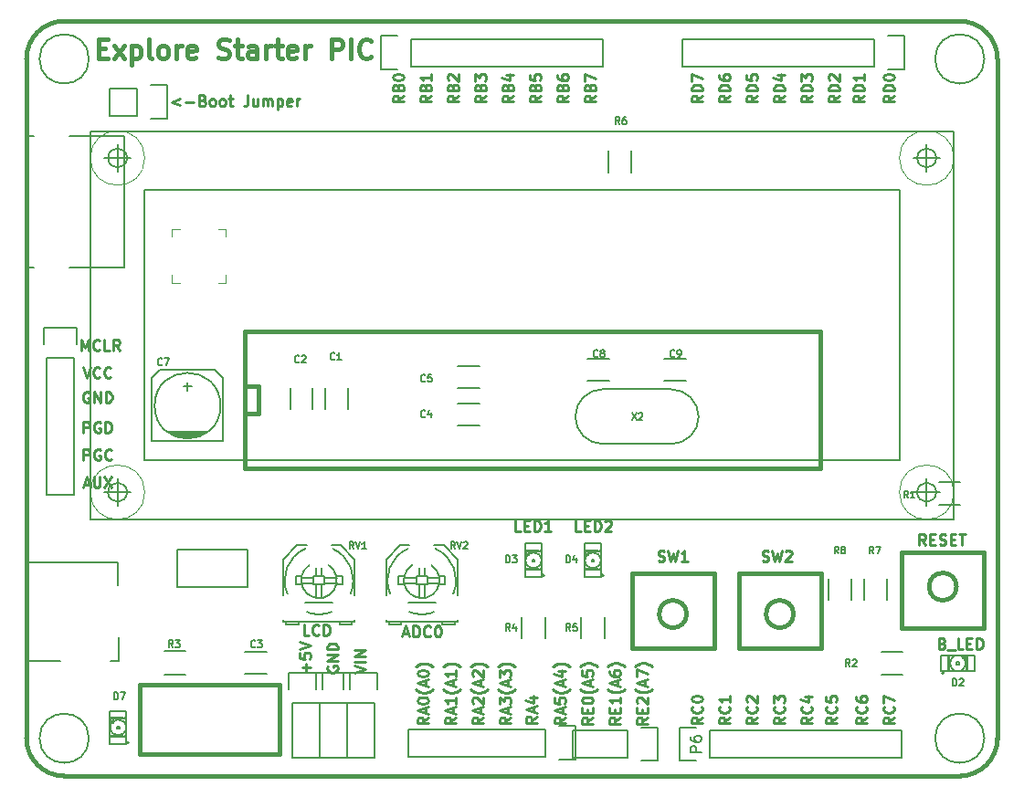
<source format=gbr>
G04 #@! TF.FileFunction,Legend,Top*
%FSLAX46Y46*%
G04 Gerber Fmt 4.6, Leading zero omitted, Abs format (unit mm)*
G04 Created by KiCad (PCBNEW 4.0.1-stable) date 04-Oct-16 9:16:03 AM*
%MOMM*%
G01*
G04 APERTURE LIST*
%ADD10C,0.150000*%
%ADD11C,0.254000*%
%ADD12C,0.381000*%
%ADD13C,0.444500*%
%ADD14C,0.203200*%
%ADD15C,0.127000*%
%ADD16C,0.063500*%
%ADD17C,0.200660*%
%ADD18C,0.050800*%
G04 APERTURE END LIST*
D10*
D11*
X58259501Y-38200786D02*
X57485406Y-38491071D01*
X58259501Y-38781357D01*
X58743311Y-38491071D02*
X59517406Y-38491071D01*
X60339882Y-38345929D02*
X60485025Y-38394310D01*
X60533406Y-38442690D01*
X60581787Y-38539452D01*
X60581787Y-38684595D01*
X60533406Y-38781357D01*
X60485025Y-38829738D01*
X60388263Y-38878119D01*
X60001216Y-38878119D01*
X60001216Y-37862119D01*
X60339882Y-37862119D01*
X60436644Y-37910500D01*
X60485025Y-37958881D01*
X60533406Y-38055643D01*
X60533406Y-38152405D01*
X60485025Y-38249167D01*
X60436644Y-38297548D01*
X60339882Y-38345929D01*
X60001216Y-38345929D01*
X61162359Y-38878119D02*
X61065597Y-38829738D01*
X61017216Y-38781357D01*
X60968835Y-38684595D01*
X60968835Y-38394310D01*
X61017216Y-38297548D01*
X61065597Y-38249167D01*
X61162359Y-38200786D01*
X61307501Y-38200786D01*
X61404263Y-38249167D01*
X61452644Y-38297548D01*
X61501025Y-38394310D01*
X61501025Y-38684595D01*
X61452644Y-38781357D01*
X61404263Y-38829738D01*
X61307501Y-38878119D01*
X61162359Y-38878119D01*
X62081597Y-38878119D02*
X61984835Y-38829738D01*
X61936454Y-38781357D01*
X61888073Y-38684595D01*
X61888073Y-38394310D01*
X61936454Y-38297548D01*
X61984835Y-38249167D01*
X62081597Y-38200786D01*
X62226739Y-38200786D01*
X62323501Y-38249167D01*
X62371882Y-38297548D01*
X62420263Y-38394310D01*
X62420263Y-38684595D01*
X62371882Y-38781357D01*
X62323501Y-38829738D01*
X62226739Y-38878119D01*
X62081597Y-38878119D01*
X62710549Y-38200786D02*
X63097597Y-38200786D01*
X62855692Y-37862119D02*
X62855692Y-38732976D01*
X62904073Y-38829738D01*
X63000835Y-38878119D01*
X63097597Y-38878119D01*
X64500643Y-37862119D02*
X64500643Y-38587833D01*
X64452263Y-38732976D01*
X64355501Y-38829738D01*
X64210358Y-38878119D01*
X64113596Y-38878119D01*
X65419881Y-38200786D02*
X65419881Y-38878119D01*
X64984453Y-38200786D02*
X64984453Y-38732976D01*
X65032834Y-38829738D01*
X65129596Y-38878119D01*
X65274738Y-38878119D01*
X65371500Y-38829738D01*
X65419881Y-38781357D01*
X65903691Y-38878119D02*
X65903691Y-38200786D01*
X65903691Y-38297548D02*
X65952072Y-38249167D01*
X66048834Y-38200786D01*
X66193976Y-38200786D01*
X66290738Y-38249167D01*
X66339119Y-38345929D01*
X66339119Y-38878119D01*
X66339119Y-38345929D02*
X66387500Y-38249167D01*
X66484262Y-38200786D01*
X66629405Y-38200786D01*
X66726167Y-38249167D01*
X66774548Y-38345929D01*
X66774548Y-38878119D01*
X67258358Y-38200786D02*
X67258358Y-39216786D01*
X67258358Y-38249167D02*
X67355120Y-38200786D01*
X67548643Y-38200786D01*
X67645405Y-38249167D01*
X67693786Y-38297548D01*
X67742167Y-38394310D01*
X67742167Y-38684595D01*
X67693786Y-38781357D01*
X67645405Y-38829738D01*
X67548643Y-38878119D01*
X67355120Y-38878119D01*
X67258358Y-38829738D01*
X68564643Y-38829738D02*
X68467881Y-38878119D01*
X68274358Y-38878119D01*
X68177596Y-38829738D01*
X68129215Y-38732976D01*
X68129215Y-38345929D01*
X68177596Y-38249167D01*
X68274358Y-38200786D01*
X68467881Y-38200786D01*
X68564643Y-38249167D01*
X68613024Y-38345929D01*
X68613024Y-38442690D01*
X68129215Y-38539452D01*
X69048453Y-38878119D02*
X69048453Y-38200786D01*
X69048453Y-38394310D02*
X69096834Y-38297548D01*
X69145215Y-38249167D01*
X69241977Y-38200786D01*
X69338738Y-38200786D01*
X127332381Y-79581619D02*
X126993715Y-79097810D01*
X126751810Y-79581619D02*
X126751810Y-78565619D01*
X127138857Y-78565619D01*
X127235619Y-78614000D01*
X127284000Y-78662381D01*
X127332381Y-78759143D01*
X127332381Y-78904286D01*
X127284000Y-79001048D01*
X127235619Y-79049429D01*
X127138857Y-79097810D01*
X126751810Y-79097810D01*
X127767810Y-79049429D02*
X128106476Y-79049429D01*
X128251619Y-79581619D02*
X127767810Y-79581619D01*
X127767810Y-78565619D01*
X128251619Y-78565619D01*
X128638667Y-79533238D02*
X128783810Y-79581619D01*
X129025714Y-79581619D01*
X129122476Y-79533238D01*
X129170857Y-79484857D01*
X129219238Y-79388095D01*
X129219238Y-79291333D01*
X129170857Y-79194571D01*
X129122476Y-79146190D01*
X129025714Y-79097810D01*
X128832191Y-79049429D01*
X128735429Y-79001048D01*
X128687048Y-78952667D01*
X128638667Y-78855905D01*
X128638667Y-78759143D01*
X128687048Y-78662381D01*
X128735429Y-78614000D01*
X128832191Y-78565619D01*
X129074095Y-78565619D01*
X129219238Y-78614000D01*
X129654667Y-79049429D02*
X129993333Y-79049429D01*
X130138476Y-79581619D02*
X129654667Y-79581619D01*
X129654667Y-78565619D01*
X130138476Y-78565619D01*
X130428762Y-78565619D02*
X131009333Y-78565619D01*
X130719048Y-79581619D02*
X130719048Y-78565619D01*
X128892667Y-88701429D02*
X129037810Y-88749810D01*
X129086191Y-88798190D01*
X129134572Y-88894952D01*
X129134572Y-89040095D01*
X129086191Y-89136857D01*
X129037810Y-89185238D01*
X128941048Y-89233619D01*
X128554001Y-89233619D01*
X128554001Y-88217619D01*
X128892667Y-88217619D01*
X128989429Y-88266000D01*
X129037810Y-88314381D01*
X129086191Y-88411143D01*
X129086191Y-88507905D01*
X129037810Y-88604667D01*
X128989429Y-88653048D01*
X128892667Y-88701429D01*
X128554001Y-88701429D01*
X129328096Y-89330381D02*
X130102191Y-89330381D01*
X130827905Y-89233619D02*
X130344096Y-89233619D01*
X130344096Y-88217619D01*
X131166572Y-88701429D02*
X131505238Y-88701429D01*
X131650381Y-89233619D02*
X131166572Y-89233619D01*
X131166572Y-88217619D01*
X131650381Y-88217619D01*
X132085810Y-89233619D02*
X132085810Y-88217619D01*
X132327715Y-88217619D01*
X132472857Y-88266000D01*
X132569619Y-88362762D01*
X132618000Y-88459524D01*
X132666381Y-88653048D01*
X132666381Y-88798190D01*
X132618000Y-88991714D01*
X132569619Y-89088476D01*
X132472857Y-89185238D01*
X132327715Y-89233619D01*
X132085810Y-89233619D01*
X112213334Y-81057238D02*
X112358477Y-81105619D01*
X112600381Y-81105619D01*
X112697143Y-81057238D01*
X112745524Y-81008857D01*
X112793905Y-80912095D01*
X112793905Y-80815333D01*
X112745524Y-80718571D01*
X112697143Y-80670190D01*
X112600381Y-80621810D01*
X112406858Y-80573429D01*
X112310096Y-80525048D01*
X112261715Y-80476667D01*
X112213334Y-80379905D01*
X112213334Y-80283143D01*
X112261715Y-80186381D01*
X112310096Y-80138000D01*
X112406858Y-80089619D01*
X112648762Y-80089619D01*
X112793905Y-80138000D01*
X113132572Y-80089619D02*
X113374477Y-81105619D01*
X113568000Y-80379905D01*
X113761524Y-81105619D01*
X114003429Y-80089619D01*
X114342096Y-80186381D02*
X114390477Y-80138000D01*
X114487239Y-80089619D01*
X114729143Y-80089619D01*
X114825905Y-80138000D01*
X114874286Y-80186381D01*
X114922667Y-80283143D01*
X114922667Y-80379905D01*
X114874286Y-80525048D01*
X114293715Y-81105619D01*
X114922667Y-81105619D01*
X102561334Y-81057238D02*
X102706477Y-81105619D01*
X102948381Y-81105619D01*
X103045143Y-81057238D01*
X103093524Y-81008857D01*
X103141905Y-80912095D01*
X103141905Y-80815333D01*
X103093524Y-80718571D01*
X103045143Y-80670190D01*
X102948381Y-80621810D01*
X102754858Y-80573429D01*
X102658096Y-80525048D01*
X102609715Y-80476667D01*
X102561334Y-80379905D01*
X102561334Y-80283143D01*
X102609715Y-80186381D01*
X102658096Y-80138000D01*
X102754858Y-80089619D01*
X102996762Y-80089619D01*
X103141905Y-80138000D01*
X103480572Y-80089619D02*
X103722477Y-81105619D01*
X103916000Y-80379905D01*
X104109524Y-81105619D01*
X104351429Y-80089619D01*
X105270667Y-81105619D02*
X104690096Y-81105619D01*
X104980382Y-81105619D02*
X104980382Y-80089619D01*
X104883620Y-80234762D01*
X104786858Y-80331524D01*
X104690096Y-80379905D01*
X95413048Y-78311619D02*
X94929239Y-78311619D01*
X94929239Y-77295619D01*
X95751715Y-77779429D02*
X96090381Y-77779429D01*
X96235524Y-78311619D02*
X95751715Y-78311619D01*
X95751715Y-77295619D01*
X96235524Y-77295619D01*
X96670953Y-78311619D02*
X96670953Y-77295619D01*
X96912858Y-77295619D01*
X97058000Y-77344000D01*
X97154762Y-77440762D01*
X97203143Y-77537524D01*
X97251524Y-77731048D01*
X97251524Y-77876190D01*
X97203143Y-78069714D01*
X97154762Y-78166476D01*
X97058000Y-78263238D01*
X96912858Y-78311619D01*
X96670953Y-78311619D01*
X97638572Y-77392381D02*
X97686953Y-77344000D01*
X97783715Y-77295619D01*
X98025619Y-77295619D01*
X98122381Y-77344000D01*
X98170762Y-77392381D01*
X98219143Y-77489143D01*
X98219143Y-77585905D01*
X98170762Y-77731048D01*
X97590191Y-78311619D01*
X98219143Y-78311619D01*
X89825048Y-78311619D02*
X89341239Y-78311619D01*
X89341239Y-77295619D01*
X90163715Y-77779429D02*
X90502381Y-77779429D01*
X90647524Y-78311619D02*
X90163715Y-78311619D01*
X90163715Y-77295619D01*
X90647524Y-77295619D01*
X91082953Y-78311619D02*
X91082953Y-77295619D01*
X91324858Y-77295619D01*
X91470000Y-77344000D01*
X91566762Y-77440762D01*
X91615143Y-77537524D01*
X91663524Y-77731048D01*
X91663524Y-77876190D01*
X91615143Y-78069714D01*
X91566762Y-78166476D01*
X91470000Y-78263238D01*
X91324858Y-78311619D01*
X91082953Y-78311619D01*
X92631143Y-78311619D02*
X92050572Y-78311619D01*
X92340858Y-78311619D02*
X92340858Y-77295619D01*
X92244096Y-77440762D01*
X92147334Y-77537524D01*
X92050572Y-77585905D01*
D12*
X47500000Y-101000000D02*
X130500000Y-101000000D01*
X44000000Y-34500000D02*
X44000000Y-97500000D01*
X48500000Y-31000000D02*
X47500000Y-31000000D01*
X130500000Y-31000000D02*
X48500000Y-31000000D01*
X134000000Y-97500000D02*
X134000000Y-34500000D01*
X130500000Y-101000000D02*
G75*
G03X134000000Y-97500000I0J3500000D01*
G01*
X44000000Y-97500000D02*
G75*
G03X47500000Y-101000000I3500000J0D01*
G01*
X47500000Y-31000000D02*
G75*
G03X44000000Y-34500000I0J-3500000D01*
G01*
X134000000Y-34500000D02*
G75*
G03X130500000Y-31000000I-3500000J0D01*
G01*
D13*
X50702999Y-33529000D02*
X51295666Y-33529000D01*
X51549666Y-34460333D02*
X50702999Y-34460333D01*
X50702999Y-32682333D01*
X51549666Y-32682333D01*
X52142333Y-34460333D02*
X53073666Y-33275000D01*
X52142333Y-33275000D02*
X53073666Y-34460333D01*
X53750999Y-33275000D02*
X53750999Y-35053000D01*
X53750999Y-33359667D02*
X53920333Y-33275000D01*
X54258999Y-33275000D01*
X54428333Y-33359667D01*
X54512999Y-33444333D01*
X54597666Y-33613667D01*
X54597666Y-34121667D01*
X54512999Y-34291000D01*
X54428333Y-34375667D01*
X54258999Y-34460333D01*
X53920333Y-34460333D01*
X53750999Y-34375667D01*
X55613666Y-34460333D02*
X55444333Y-34375667D01*
X55359666Y-34206333D01*
X55359666Y-32682333D01*
X56544999Y-34460333D02*
X56375666Y-34375667D01*
X56290999Y-34291000D01*
X56206333Y-34121667D01*
X56206333Y-33613667D01*
X56290999Y-33444333D01*
X56375666Y-33359667D01*
X56544999Y-33275000D01*
X56798999Y-33275000D01*
X56968333Y-33359667D01*
X57052999Y-33444333D01*
X57137666Y-33613667D01*
X57137666Y-34121667D01*
X57052999Y-34291000D01*
X56968333Y-34375667D01*
X56798999Y-34460333D01*
X56544999Y-34460333D01*
X57899666Y-34460333D02*
X57899666Y-33275000D01*
X57899666Y-33613667D02*
X57984333Y-33444333D01*
X58069000Y-33359667D01*
X58238333Y-33275000D01*
X58407666Y-33275000D01*
X59677667Y-34375667D02*
X59508333Y-34460333D01*
X59169667Y-34460333D01*
X59000333Y-34375667D01*
X58915667Y-34206333D01*
X58915667Y-33529000D01*
X59000333Y-33359667D01*
X59169667Y-33275000D01*
X59508333Y-33275000D01*
X59677667Y-33359667D01*
X59762333Y-33529000D01*
X59762333Y-33698333D01*
X58915667Y-33867667D01*
X61794334Y-34375667D02*
X62048334Y-34460333D01*
X62471667Y-34460333D01*
X62641000Y-34375667D01*
X62725667Y-34291000D01*
X62810334Y-34121667D01*
X62810334Y-33952333D01*
X62725667Y-33783000D01*
X62641000Y-33698333D01*
X62471667Y-33613667D01*
X62133000Y-33529000D01*
X61963667Y-33444333D01*
X61879000Y-33359667D01*
X61794334Y-33190333D01*
X61794334Y-33021000D01*
X61879000Y-32851667D01*
X61963667Y-32767000D01*
X62133000Y-32682333D01*
X62556334Y-32682333D01*
X62810334Y-32767000D01*
X63318333Y-33275000D02*
X63995667Y-33275000D01*
X63572333Y-32682333D02*
X63572333Y-34206333D01*
X63657000Y-34375667D01*
X63826333Y-34460333D01*
X63995667Y-34460333D01*
X65350333Y-34460333D02*
X65350333Y-33529000D01*
X65265667Y-33359667D01*
X65096333Y-33275000D01*
X64757667Y-33275000D01*
X64588333Y-33359667D01*
X65350333Y-34375667D02*
X65181000Y-34460333D01*
X64757667Y-34460333D01*
X64588333Y-34375667D01*
X64503667Y-34206333D01*
X64503667Y-34037000D01*
X64588333Y-33867667D01*
X64757667Y-33783000D01*
X65181000Y-33783000D01*
X65350333Y-33698333D01*
X66197000Y-34460333D02*
X66197000Y-33275000D01*
X66197000Y-33613667D02*
X66281667Y-33444333D01*
X66366334Y-33359667D01*
X66535667Y-33275000D01*
X66705000Y-33275000D01*
X67043667Y-33275000D02*
X67721001Y-33275000D01*
X67297667Y-32682333D02*
X67297667Y-34206333D01*
X67382334Y-34375667D01*
X67551667Y-34460333D01*
X67721001Y-34460333D01*
X68991001Y-34375667D02*
X68821667Y-34460333D01*
X68483001Y-34460333D01*
X68313667Y-34375667D01*
X68229001Y-34206333D01*
X68229001Y-33529000D01*
X68313667Y-33359667D01*
X68483001Y-33275000D01*
X68821667Y-33275000D01*
X68991001Y-33359667D01*
X69075667Y-33529000D01*
X69075667Y-33698333D01*
X68229001Y-33867667D01*
X69837667Y-34460333D02*
X69837667Y-33275000D01*
X69837667Y-33613667D02*
X69922334Y-33444333D01*
X70007001Y-33359667D01*
X70176334Y-33275000D01*
X70345667Y-33275000D01*
X72293001Y-34460333D02*
X72293001Y-32682333D01*
X72970335Y-32682333D01*
X73139668Y-32767000D01*
X73224335Y-32851667D01*
X73309001Y-33021000D01*
X73309001Y-33275000D01*
X73224335Y-33444333D01*
X73139668Y-33529000D01*
X72970335Y-33613667D01*
X72293001Y-33613667D01*
X74071001Y-34460333D02*
X74071001Y-32682333D01*
X75933668Y-34291000D02*
X75849002Y-34375667D01*
X75595002Y-34460333D01*
X75425668Y-34460333D01*
X75171668Y-34375667D01*
X75002335Y-34206333D01*
X74917668Y-34037000D01*
X74833002Y-33698333D01*
X74833002Y-33444333D01*
X74917668Y-33105667D01*
X75002335Y-32936333D01*
X75171668Y-32767000D01*
X75425668Y-32682333D01*
X75595002Y-32682333D01*
X75849002Y-32767000D01*
X75933668Y-32851667D01*
D11*
X78933286Y-87800333D02*
X79417095Y-87800333D01*
X78836524Y-88090619D02*
X79175191Y-87074619D01*
X79513857Y-88090619D01*
X79852524Y-88090619D02*
X79852524Y-87074619D01*
X80094429Y-87074619D01*
X80239571Y-87123000D01*
X80336333Y-87219762D01*
X80384714Y-87316524D01*
X80433095Y-87510048D01*
X80433095Y-87655190D01*
X80384714Y-87848714D01*
X80336333Y-87945476D01*
X80239571Y-88042238D01*
X80094429Y-88090619D01*
X79852524Y-88090619D01*
X81449095Y-87993857D02*
X81400714Y-88042238D01*
X81255571Y-88090619D01*
X81158809Y-88090619D01*
X81013667Y-88042238D01*
X80916905Y-87945476D01*
X80868524Y-87848714D01*
X80820143Y-87655190D01*
X80820143Y-87510048D01*
X80868524Y-87316524D01*
X80916905Y-87219762D01*
X81013667Y-87123000D01*
X81158809Y-87074619D01*
X81255571Y-87074619D01*
X81400714Y-87123000D01*
X81449095Y-87171381D01*
X82078048Y-87074619D02*
X82174809Y-87074619D01*
X82271571Y-87123000D01*
X82319952Y-87171381D01*
X82368333Y-87268143D01*
X82416714Y-87461667D01*
X82416714Y-87703571D01*
X82368333Y-87897095D01*
X82319952Y-87993857D01*
X82271571Y-88042238D01*
X82174809Y-88090619D01*
X82078048Y-88090619D01*
X81981286Y-88042238D01*
X81932905Y-87993857D01*
X81884524Y-87897095D01*
X81836143Y-87703571D01*
X81836143Y-87461667D01*
X81884524Y-87268143D01*
X81932905Y-87171381D01*
X81981286Y-87123000D01*
X82078048Y-87074619D01*
X70194476Y-87963619D02*
X69710667Y-87963619D01*
X69710667Y-86947619D01*
X71113714Y-87866857D02*
X71065333Y-87915238D01*
X70920190Y-87963619D01*
X70823428Y-87963619D01*
X70678286Y-87915238D01*
X70581524Y-87818476D01*
X70533143Y-87721714D01*
X70484762Y-87528190D01*
X70484762Y-87383048D01*
X70533143Y-87189524D01*
X70581524Y-87092762D01*
X70678286Y-86996000D01*
X70823428Y-86947619D01*
X70920190Y-86947619D01*
X71065333Y-86996000D01*
X71113714Y-87044381D01*
X71549143Y-87963619D02*
X71549143Y-86947619D01*
X71791048Y-86947619D01*
X71936190Y-86996000D01*
X72032952Y-87092762D01*
X72081333Y-87189524D01*
X72129714Y-87383048D01*
X72129714Y-87528190D01*
X72081333Y-87721714D01*
X72032952Y-87818476D01*
X71936190Y-87915238D01*
X71791048Y-87963619D01*
X71549143Y-87963619D01*
X74403619Y-91410762D02*
X75419619Y-91072095D01*
X74403619Y-90733429D01*
X75419619Y-90394762D02*
X74403619Y-90394762D01*
X75419619Y-89910952D02*
X74403619Y-89910952D01*
X75419619Y-89330381D01*
X74403619Y-89330381D01*
X71912000Y-90818095D02*
X71863619Y-90914857D01*
X71863619Y-91060000D01*
X71912000Y-91205142D01*
X72008762Y-91301904D01*
X72105524Y-91350285D01*
X72299048Y-91398666D01*
X72444190Y-91398666D01*
X72637714Y-91350285D01*
X72734476Y-91301904D01*
X72831238Y-91205142D01*
X72879619Y-91060000D01*
X72879619Y-90963238D01*
X72831238Y-90818095D01*
X72782857Y-90769714D01*
X72444190Y-90769714D01*
X72444190Y-90963238D01*
X72879619Y-90334285D02*
X71863619Y-90334285D01*
X72879619Y-89753714D01*
X71863619Y-89753714D01*
X72879619Y-89269904D02*
X71863619Y-89269904D01*
X71863619Y-89027999D01*
X71912000Y-88882857D01*
X72008762Y-88786095D01*
X72105524Y-88737714D01*
X72299048Y-88689333D01*
X72444190Y-88689333D01*
X72637714Y-88737714D01*
X72734476Y-88786095D01*
X72831238Y-88882857D01*
X72879619Y-89027999D01*
X72879619Y-89269904D01*
X69952571Y-91350285D02*
X69952571Y-90576190D01*
X70339619Y-90963238D02*
X69565524Y-90963238D01*
X69323619Y-89608571D02*
X69323619Y-90092380D01*
X69807429Y-90140761D01*
X69759048Y-90092380D01*
X69710667Y-89995618D01*
X69710667Y-89753714D01*
X69759048Y-89656952D01*
X69807429Y-89608571D01*
X69904190Y-89560190D01*
X70146095Y-89560190D01*
X70242857Y-89608571D01*
X70291238Y-89656952D01*
X70339619Y-89753714D01*
X70339619Y-89995618D01*
X70291238Y-90092380D01*
X70242857Y-90140761D01*
X69323619Y-89269904D02*
X70339619Y-88931237D01*
X69323619Y-88592571D01*
X49318096Y-73957333D02*
X49801905Y-73957333D01*
X49221334Y-74247619D02*
X49560001Y-73231619D01*
X49898667Y-74247619D01*
X50237334Y-73231619D02*
X50237334Y-74054095D01*
X50285715Y-74150857D01*
X50334096Y-74199238D01*
X50430858Y-74247619D01*
X50624381Y-74247619D01*
X50721143Y-74199238D01*
X50769524Y-74150857D01*
X50817905Y-74054095D01*
X50817905Y-73231619D01*
X51204953Y-73231619D02*
X51882286Y-74247619D01*
X51882286Y-73231619D02*
X51204953Y-74247619D01*
X49293905Y-71707619D02*
X49293905Y-70691619D01*
X49680952Y-70691619D01*
X49777714Y-70740000D01*
X49826095Y-70788381D01*
X49874476Y-70885143D01*
X49874476Y-71030286D01*
X49826095Y-71127048D01*
X49777714Y-71175429D01*
X49680952Y-71223810D01*
X49293905Y-71223810D01*
X50842095Y-70740000D02*
X50745333Y-70691619D01*
X50600190Y-70691619D01*
X50455048Y-70740000D01*
X50358286Y-70836762D01*
X50309905Y-70933524D01*
X50261524Y-71127048D01*
X50261524Y-71272190D01*
X50309905Y-71465714D01*
X50358286Y-71562476D01*
X50455048Y-71659238D01*
X50600190Y-71707619D01*
X50696952Y-71707619D01*
X50842095Y-71659238D01*
X50890476Y-71610857D01*
X50890476Y-71272190D01*
X50696952Y-71272190D01*
X51906476Y-71610857D02*
X51858095Y-71659238D01*
X51712952Y-71707619D01*
X51616190Y-71707619D01*
X51471048Y-71659238D01*
X51374286Y-71562476D01*
X51325905Y-71465714D01*
X51277524Y-71272190D01*
X51277524Y-71127048D01*
X51325905Y-70933524D01*
X51374286Y-70836762D01*
X51471048Y-70740000D01*
X51616190Y-70691619D01*
X51712952Y-70691619D01*
X51858095Y-70740000D01*
X51906476Y-70788381D01*
X49293905Y-69167619D02*
X49293905Y-68151619D01*
X49680952Y-68151619D01*
X49777714Y-68200000D01*
X49826095Y-68248381D01*
X49874476Y-68345143D01*
X49874476Y-68490286D01*
X49826095Y-68587048D01*
X49777714Y-68635429D01*
X49680952Y-68683810D01*
X49293905Y-68683810D01*
X50842095Y-68200000D02*
X50745333Y-68151619D01*
X50600190Y-68151619D01*
X50455048Y-68200000D01*
X50358286Y-68296762D01*
X50309905Y-68393524D01*
X50261524Y-68587048D01*
X50261524Y-68732190D01*
X50309905Y-68925714D01*
X50358286Y-69022476D01*
X50455048Y-69119238D01*
X50600190Y-69167619D01*
X50696952Y-69167619D01*
X50842095Y-69119238D01*
X50890476Y-69070857D01*
X50890476Y-68732190D01*
X50696952Y-68732190D01*
X51325905Y-69167619D02*
X51325905Y-68151619D01*
X51567810Y-68151619D01*
X51712952Y-68200000D01*
X51809714Y-68296762D01*
X51858095Y-68393524D01*
X51906476Y-68587048D01*
X51906476Y-68732190D01*
X51858095Y-68925714D01*
X51809714Y-69022476D01*
X51712952Y-69119238D01*
X51567810Y-69167619D01*
X51325905Y-69167619D01*
X49801905Y-65406000D02*
X49705143Y-65357619D01*
X49560000Y-65357619D01*
X49414858Y-65406000D01*
X49318096Y-65502762D01*
X49269715Y-65599524D01*
X49221334Y-65793048D01*
X49221334Y-65938190D01*
X49269715Y-66131714D01*
X49318096Y-66228476D01*
X49414858Y-66325238D01*
X49560000Y-66373619D01*
X49656762Y-66373619D01*
X49801905Y-66325238D01*
X49850286Y-66276857D01*
X49850286Y-65938190D01*
X49656762Y-65938190D01*
X50285715Y-66373619D02*
X50285715Y-65357619D01*
X50866286Y-66373619D01*
X50866286Y-65357619D01*
X51350096Y-66373619D02*
X51350096Y-65357619D01*
X51592001Y-65357619D01*
X51737143Y-65406000D01*
X51833905Y-65502762D01*
X51882286Y-65599524D01*
X51930667Y-65793048D01*
X51930667Y-65938190D01*
X51882286Y-66131714D01*
X51833905Y-66228476D01*
X51737143Y-66325238D01*
X51592001Y-66373619D01*
X51350096Y-66373619D01*
X49221334Y-63071619D02*
X49560001Y-64087619D01*
X49898667Y-63071619D01*
X50817905Y-63990857D02*
X50769524Y-64039238D01*
X50624381Y-64087619D01*
X50527619Y-64087619D01*
X50382477Y-64039238D01*
X50285715Y-63942476D01*
X50237334Y-63845714D01*
X50188953Y-63652190D01*
X50188953Y-63507048D01*
X50237334Y-63313524D01*
X50285715Y-63216762D01*
X50382477Y-63120000D01*
X50527619Y-63071619D01*
X50624381Y-63071619D01*
X50769524Y-63120000D01*
X50817905Y-63168381D01*
X51833905Y-63990857D02*
X51785524Y-64039238D01*
X51640381Y-64087619D01*
X51543619Y-64087619D01*
X51398477Y-64039238D01*
X51301715Y-63942476D01*
X51253334Y-63845714D01*
X51204953Y-63652190D01*
X51204953Y-63507048D01*
X51253334Y-63313524D01*
X51301715Y-63216762D01*
X51398477Y-63120000D01*
X51543619Y-63071619D01*
X51640381Y-63071619D01*
X51785524Y-63120000D01*
X51833905Y-63168381D01*
X49064096Y-61547619D02*
X49064096Y-60531619D01*
X49402762Y-61257333D01*
X49741429Y-60531619D01*
X49741429Y-61547619D01*
X50805810Y-61450857D02*
X50757429Y-61499238D01*
X50612286Y-61547619D01*
X50515524Y-61547619D01*
X50370382Y-61499238D01*
X50273620Y-61402476D01*
X50225239Y-61305714D01*
X50176858Y-61112190D01*
X50176858Y-60967048D01*
X50225239Y-60773524D01*
X50273620Y-60676762D01*
X50370382Y-60580000D01*
X50515524Y-60531619D01*
X50612286Y-60531619D01*
X50757429Y-60580000D01*
X50805810Y-60628381D01*
X51725048Y-61547619D02*
X51241239Y-61547619D01*
X51241239Y-60531619D01*
X52644286Y-61547619D02*
X52305620Y-61063810D01*
X52063715Y-61547619D02*
X52063715Y-60531619D01*
X52450762Y-60531619D01*
X52547524Y-60580000D01*
X52595905Y-60628381D01*
X52644286Y-60725143D01*
X52644286Y-60870286D01*
X52595905Y-60967048D01*
X52547524Y-61015429D01*
X52450762Y-61063810D01*
X52063715Y-61063810D01*
X78975619Y-37889333D02*
X78491810Y-38227999D01*
X78975619Y-38469904D02*
X77959619Y-38469904D01*
X77959619Y-38082857D01*
X78008000Y-37986095D01*
X78056381Y-37937714D01*
X78153143Y-37889333D01*
X78298286Y-37889333D01*
X78395048Y-37937714D01*
X78443429Y-37986095D01*
X78491810Y-38082857D01*
X78491810Y-38469904D01*
X78443429Y-37115238D02*
X78491810Y-36970095D01*
X78540190Y-36921714D01*
X78636952Y-36873333D01*
X78782095Y-36873333D01*
X78878857Y-36921714D01*
X78927238Y-36970095D01*
X78975619Y-37066857D01*
X78975619Y-37453904D01*
X77959619Y-37453904D01*
X77959619Y-37115238D01*
X78008000Y-37018476D01*
X78056381Y-36970095D01*
X78153143Y-36921714D01*
X78249905Y-36921714D01*
X78346667Y-36970095D01*
X78395048Y-37018476D01*
X78443429Y-37115238D01*
X78443429Y-37453904D01*
X77959619Y-36244380D02*
X77959619Y-36147619D01*
X78008000Y-36050857D01*
X78056381Y-36002476D01*
X78153143Y-35954095D01*
X78346667Y-35905714D01*
X78588571Y-35905714D01*
X78782095Y-35954095D01*
X78878857Y-36002476D01*
X78927238Y-36050857D01*
X78975619Y-36147619D01*
X78975619Y-36244380D01*
X78927238Y-36341142D01*
X78878857Y-36389523D01*
X78782095Y-36437904D01*
X78588571Y-36486285D01*
X78346667Y-36486285D01*
X78153143Y-36437904D01*
X78056381Y-36389523D01*
X78008000Y-36341142D01*
X77959619Y-36244380D01*
X81515619Y-37889333D02*
X81031810Y-38227999D01*
X81515619Y-38469904D02*
X80499619Y-38469904D01*
X80499619Y-38082857D01*
X80548000Y-37986095D01*
X80596381Y-37937714D01*
X80693143Y-37889333D01*
X80838286Y-37889333D01*
X80935048Y-37937714D01*
X80983429Y-37986095D01*
X81031810Y-38082857D01*
X81031810Y-38469904D01*
X80983429Y-37115238D02*
X81031810Y-36970095D01*
X81080190Y-36921714D01*
X81176952Y-36873333D01*
X81322095Y-36873333D01*
X81418857Y-36921714D01*
X81467238Y-36970095D01*
X81515619Y-37066857D01*
X81515619Y-37453904D01*
X80499619Y-37453904D01*
X80499619Y-37115238D01*
X80548000Y-37018476D01*
X80596381Y-36970095D01*
X80693143Y-36921714D01*
X80789905Y-36921714D01*
X80886667Y-36970095D01*
X80935048Y-37018476D01*
X80983429Y-37115238D01*
X80983429Y-37453904D01*
X81515619Y-35905714D02*
X81515619Y-36486285D01*
X81515619Y-36195999D02*
X80499619Y-36195999D01*
X80644762Y-36292761D01*
X80741524Y-36389523D01*
X80789905Y-36486285D01*
X84055619Y-37889333D02*
X83571810Y-38227999D01*
X84055619Y-38469904D02*
X83039619Y-38469904D01*
X83039619Y-38082857D01*
X83088000Y-37986095D01*
X83136381Y-37937714D01*
X83233143Y-37889333D01*
X83378286Y-37889333D01*
X83475048Y-37937714D01*
X83523429Y-37986095D01*
X83571810Y-38082857D01*
X83571810Y-38469904D01*
X83523429Y-37115238D02*
X83571810Y-36970095D01*
X83620190Y-36921714D01*
X83716952Y-36873333D01*
X83862095Y-36873333D01*
X83958857Y-36921714D01*
X84007238Y-36970095D01*
X84055619Y-37066857D01*
X84055619Y-37453904D01*
X83039619Y-37453904D01*
X83039619Y-37115238D01*
X83088000Y-37018476D01*
X83136381Y-36970095D01*
X83233143Y-36921714D01*
X83329905Y-36921714D01*
X83426667Y-36970095D01*
X83475048Y-37018476D01*
X83523429Y-37115238D01*
X83523429Y-37453904D01*
X83136381Y-36486285D02*
X83088000Y-36437904D01*
X83039619Y-36341142D01*
X83039619Y-36099238D01*
X83088000Y-36002476D01*
X83136381Y-35954095D01*
X83233143Y-35905714D01*
X83329905Y-35905714D01*
X83475048Y-35954095D01*
X84055619Y-36534666D01*
X84055619Y-35905714D01*
X86595619Y-37889333D02*
X86111810Y-38227999D01*
X86595619Y-38469904D02*
X85579619Y-38469904D01*
X85579619Y-38082857D01*
X85628000Y-37986095D01*
X85676381Y-37937714D01*
X85773143Y-37889333D01*
X85918286Y-37889333D01*
X86015048Y-37937714D01*
X86063429Y-37986095D01*
X86111810Y-38082857D01*
X86111810Y-38469904D01*
X86063429Y-37115238D02*
X86111810Y-36970095D01*
X86160190Y-36921714D01*
X86256952Y-36873333D01*
X86402095Y-36873333D01*
X86498857Y-36921714D01*
X86547238Y-36970095D01*
X86595619Y-37066857D01*
X86595619Y-37453904D01*
X85579619Y-37453904D01*
X85579619Y-37115238D01*
X85628000Y-37018476D01*
X85676381Y-36970095D01*
X85773143Y-36921714D01*
X85869905Y-36921714D01*
X85966667Y-36970095D01*
X86015048Y-37018476D01*
X86063429Y-37115238D01*
X86063429Y-37453904D01*
X85579619Y-36534666D02*
X85579619Y-35905714D01*
X85966667Y-36244380D01*
X85966667Y-36099238D01*
X86015048Y-36002476D01*
X86063429Y-35954095D01*
X86160190Y-35905714D01*
X86402095Y-35905714D01*
X86498857Y-35954095D01*
X86547238Y-36002476D01*
X86595619Y-36099238D01*
X86595619Y-36389523D01*
X86547238Y-36486285D01*
X86498857Y-36534666D01*
X89135619Y-37889333D02*
X88651810Y-38227999D01*
X89135619Y-38469904D02*
X88119619Y-38469904D01*
X88119619Y-38082857D01*
X88168000Y-37986095D01*
X88216381Y-37937714D01*
X88313143Y-37889333D01*
X88458286Y-37889333D01*
X88555048Y-37937714D01*
X88603429Y-37986095D01*
X88651810Y-38082857D01*
X88651810Y-38469904D01*
X88603429Y-37115238D02*
X88651810Y-36970095D01*
X88700190Y-36921714D01*
X88796952Y-36873333D01*
X88942095Y-36873333D01*
X89038857Y-36921714D01*
X89087238Y-36970095D01*
X89135619Y-37066857D01*
X89135619Y-37453904D01*
X88119619Y-37453904D01*
X88119619Y-37115238D01*
X88168000Y-37018476D01*
X88216381Y-36970095D01*
X88313143Y-36921714D01*
X88409905Y-36921714D01*
X88506667Y-36970095D01*
X88555048Y-37018476D01*
X88603429Y-37115238D01*
X88603429Y-37453904D01*
X88458286Y-36002476D02*
X89135619Y-36002476D01*
X88071238Y-36244380D02*
X88796952Y-36486285D01*
X88796952Y-35857333D01*
X91675619Y-37889333D02*
X91191810Y-38227999D01*
X91675619Y-38469904D02*
X90659619Y-38469904D01*
X90659619Y-38082857D01*
X90708000Y-37986095D01*
X90756381Y-37937714D01*
X90853143Y-37889333D01*
X90998286Y-37889333D01*
X91095048Y-37937714D01*
X91143429Y-37986095D01*
X91191810Y-38082857D01*
X91191810Y-38469904D01*
X91143429Y-37115238D02*
X91191810Y-36970095D01*
X91240190Y-36921714D01*
X91336952Y-36873333D01*
X91482095Y-36873333D01*
X91578857Y-36921714D01*
X91627238Y-36970095D01*
X91675619Y-37066857D01*
X91675619Y-37453904D01*
X90659619Y-37453904D01*
X90659619Y-37115238D01*
X90708000Y-37018476D01*
X90756381Y-36970095D01*
X90853143Y-36921714D01*
X90949905Y-36921714D01*
X91046667Y-36970095D01*
X91095048Y-37018476D01*
X91143429Y-37115238D01*
X91143429Y-37453904D01*
X90659619Y-35954095D02*
X90659619Y-36437904D01*
X91143429Y-36486285D01*
X91095048Y-36437904D01*
X91046667Y-36341142D01*
X91046667Y-36099238D01*
X91095048Y-36002476D01*
X91143429Y-35954095D01*
X91240190Y-35905714D01*
X91482095Y-35905714D01*
X91578857Y-35954095D01*
X91627238Y-36002476D01*
X91675619Y-36099238D01*
X91675619Y-36341142D01*
X91627238Y-36437904D01*
X91578857Y-36486285D01*
X94215619Y-37889333D02*
X93731810Y-38227999D01*
X94215619Y-38469904D02*
X93199619Y-38469904D01*
X93199619Y-38082857D01*
X93248000Y-37986095D01*
X93296381Y-37937714D01*
X93393143Y-37889333D01*
X93538286Y-37889333D01*
X93635048Y-37937714D01*
X93683429Y-37986095D01*
X93731810Y-38082857D01*
X93731810Y-38469904D01*
X93683429Y-37115238D02*
X93731810Y-36970095D01*
X93780190Y-36921714D01*
X93876952Y-36873333D01*
X94022095Y-36873333D01*
X94118857Y-36921714D01*
X94167238Y-36970095D01*
X94215619Y-37066857D01*
X94215619Y-37453904D01*
X93199619Y-37453904D01*
X93199619Y-37115238D01*
X93248000Y-37018476D01*
X93296381Y-36970095D01*
X93393143Y-36921714D01*
X93489905Y-36921714D01*
X93586667Y-36970095D01*
X93635048Y-37018476D01*
X93683429Y-37115238D01*
X93683429Y-37453904D01*
X93199619Y-36002476D02*
X93199619Y-36195999D01*
X93248000Y-36292761D01*
X93296381Y-36341142D01*
X93441524Y-36437904D01*
X93635048Y-36486285D01*
X94022095Y-36486285D01*
X94118857Y-36437904D01*
X94167238Y-36389523D01*
X94215619Y-36292761D01*
X94215619Y-36099238D01*
X94167238Y-36002476D01*
X94118857Y-35954095D01*
X94022095Y-35905714D01*
X93780190Y-35905714D01*
X93683429Y-35954095D01*
X93635048Y-36002476D01*
X93586667Y-36099238D01*
X93586667Y-36292761D01*
X93635048Y-36389523D01*
X93683429Y-36437904D01*
X93780190Y-36486285D01*
X96755619Y-37889333D02*
X96271810Y-38227999D01*
X96755619Y-38469904D02*
X95739619Y-38469904D01*
X95739619Y-38082857D01*
X95788000Y-37986095D01*
X95836381Y-37937714D01*
X95933143Y-37889333D01*
X96078286Y-37889333D01*
X96175048Y-37937714D01*
X96223429Y-37986095D01*
X96271810Y-38082857D01*
X96271810Y-38469904D01*
X96223429Y-37115238D02*
X96271810Y-36970095D01*
X96320190Y-36921714D01*
X96416952Y-36873333D01*
X96562095Y-36873333D01*
X96658857Y-36921714D01*
X96707238Y-36970095D01*
X96755619Y-37066857D01*
X96755619Y-37453904D01*
X95739619Y-37453904D01*
X95739619Y-37115238D01*
X95788000Y-37018476D01*
X95836381Y-36970095D01*
X95933143Y-36921714D01*
X96029905Y-36921714D01*
X96126667Y-36970095D01*
X96175048Y-37018476D01*
X96223429Y-37115238D01*
X96223429Y-37453904D01*
X95739619Y-36534666D02*
X95739619Y-35857333D01*
X96755619Y-36292761D01*
X106661619Y-37889333D02*
X106177810Y-38227999D01*
X106661619Y-38469904D02*
X105645619Y-38469904D01*
X105645619Y-38082857D01*
X105694000Y-37986095D01*
X105742381Y-37937714D01*
X105839143Y-37889333D01*
X105984286Y-37889333D01*
X106081048Y-37937714D01*
X106129429Y-37986095D01*
X106177810Y-38082857D01*
X106177810Y-38469904D01*
X106661619Y-37453904D02*
X105645619Y-37453904D01*
X105645619Y-37211999D01*
X105694000Y-37066857D01*
X105790762Y-36970095D01*
X105887524Y-36921714D01*
X106081048Y-36873333D01*
X106226190Y-36873333D01*
X106419714Y-36921714D01*
X106516476Y-36970095D01*
X106613238Y-37066857D01*
X106661619Y-37211999D01*
X106661619Y-37453904D01*
X105645619Y-36534666D02*
X105645619Y-35857333D01*
X106661619Y-36292761D01*
X109201619Y-37889333D02*
X108717810Y-38227999D01*
X109201619Y-38469904D02*
X108185619Y-38469904D01*
X108185619Y-38082857D01*
X108234000Y-37986095D01*
X108282381Y-37937714D01*
X108379143Y-37889333D01*
X108524286Y-37889333D01*
X108621048Y-37937714D01*
X108669429Y-37986095D01*
X108717810Y-38082857D01*
X108717810Y-38469904D01*
X109201619Y-37453904D02*
X108185619Y-37453904D01*
X108185619Y-37211999D01*
X108234000Y-37066857D01*
X108330762Y-36970095D01*
X108427524Y-36921714D01*
X108621048Y-36873333D01*
X108766190Y-36873333D01*
X108959714Y-36921714D01*
X109056476Y-36970095D01*
X109153238Y-37066857D01*
X109201619Y-37211999D01*
X109201619Y-37453904D01*
X108185619Y-36002476D02*
X108185619Y-36195999D01*
X108234000Y-36292761D01*
X108282381Y-36341142D01*
X108427524Y-36437904D01*
X108621048Y-36486285D01*
X109008095Y-36486285D01*
X109104857Y-36437904D01*
X109153238Y-36389523D01*
X109201619Y-36292761D01*
X109201619Y-36099238D01*
X109153238Y-36002476D01*
X109104857Y-35954095D01*
X109008095Y-35905714D01*
X108766190Y-35905714D01*
X108669429Y-35954095D01*
X108621048Y-36002476D01*
X108572667Y-36099238D01*
X108572667Y-36292761D01*
X108621048Y-36389523D01*
X108669429Y-36437904D01*
X108766190Y-36486285D01*
X111741619Y-37889333D02*
X111257810Y-38227999D01*
X111741619Y-38469904D02*
X110725619Y-38469904D01*
X110725619Y-38082857D01*
X110774000Y-37986095D01*
X110822381Y-37937714D01*
X110919143Y-37889333D01*
X111064286Y-37889333D01*
X111161048Y-37937714D01*
X111209429Y-37986095D01*
X111257810Y-38082857D01*
X111257810Y-38469904D01*
X111741619Y-37453904D02*
X110725619Y-37453904D01*
X110725619Y-37211999D01*
X110774000Y-37066857D01*
X110870762Y-36970095D01*
X110967524Y-36921714D01*
X111161048Y-36873333D01*
X111306190Y-36873333D01*
X111499714Y-36921714D01*
X111596476Y-36970095D01*
X111693238Y-37066857D01*
X111741619Y-37211999D01*
X111741619Y-37453904D01*
X110725619Y-35954095D02*
X110725619Y-36437904D01*
X111209429Y-36486285D01*
X111161048Y-36437904D01*
X111112667Y-36341142D01*
X111112667Y-36099238D01*
X111161048Y-36002476D01*
X111209429Y-35954095D01*
X111306190Y-35905714D01*
X111548095Y-35905714D01*
X111644857Y-35954095D01*
X111693238Y-36002476D01*
X111741619Y-36099238D01*
X111741619Y-36341142D01*
X111693238Y-36437904D01*
X111644857Y-36486285D01*
X114281619Y-37889333D02*
X113797810Y-38227999D01*
X114281619Y-38469904D02*
X113265619Y-38469904D01*
X113265619Y-38082857D01*
X113314000Y-37986095D01*
X113362381Y-37937714D01*
X113459143Y-37889333D01*
X113604286Y-37889333D01*
X113701048Y-37937714D01*
X113749429Y-37986095D01*
X113797810Y-38082857D01*
X113797810Y-38469904D01*
X114281619Y-37453904D02*
X113265619Y-37453904D01*
X113265619Y-37211999D01*
X113314000Y-37066857D01*
X113410762Y-36970095D01*
X113507524Y-36921714D01*
X113701048Y-36873333D01*
X113846190Y-36873333D01*
X114039714Y-36921714D01*
X114136476Y-36970095D01*
X114233238Y-37066857D01*
X114281619Y-37211999D01*
X114281619Y-37453904D01*
X113604286Y-36002476D02*
X114281619Y-36002476D01*
X113217238Y-36244380D02*
X113942952Y-36486285D01*
X113942952Y-35857333D01*
X116821619Y-37889333D02*
X116337810Y-38227999D01*
X116821619Y-38469904D02*
X115805619Y-38469904D01*
X115805619Y-38082857D01*
X115854000Y-37986095D01*
X115902381Y-37937714D01*
X115999143Y-37889333D01*
X116144286Y-37889333D01*
X116241048Y-37937714D01*
X116289429Y-37986095D01*
X116337810Y-38082857D01*
X116337810Y-38469904D01*
X116821619Y-37453904D02*
X115805619Y-37453904D01*
X115805619Y-37211999D01*
X115854000Y-37066857D01*
X115950762Y-36970095D01*
X116047524Y-36921714D01*
X116241048Y-36873333D01*
X116386190Y-36873333D01*
X116579714Y-36921714D01*
X116676476Y-36970095D01*
X116773238Y-37066857D01*
X116821619Y-37211999D01*
X116821619Y-37453904D01*
X115805619Y-36534666D02*
X115805619Y-35905714D01*
X116192667Y-36244380D01*
X116192667Y-36099238D01*
X116241048Y-36002476D01*
X116289429Y-35954095D01*
X116386190Y-35905714D01*
X116628095Y-35905714D01*
X116724857Y-35954095D01*
X116773238Y-36002476D01*
X116821619Y-36099238D01*
X116821619Y-36389523D01*
X116773238Y-36486285D01*
X116724857Y-36534666D01*
X119361619Y-37889333D02*
X118877810Y-38227999D01*
X119361619Y-38469904D02*
X118345619Y-38469904D01*
X118345619Y-38082857D01*
X118394000Y-37986095D01*
X118442381Y-37937714D01*
X118539143Y-37889333D01*
X118684286Y-37889333D01*
X118781048Y-37937714D01*
X118829429Y-37986095D01*
X118877810Y-38082857D01*
X118877810Y-38469904D01*
X119361619Y-37453904D02*
X118345619Y-37453904D01*
X118345619Y-37211999D01*
X118394000Y-37066857D01*
X118490762Y-36970095D01*
X118587524Y-36921714D01*
X118781048Y-36873333D01*
X118926190Y-36873333D01*
X119119714Y-36921714D01*
X119216476Y-36970095D01*
X119313238Y-37066857D01*
X119361619Y-37211999D01*
X119361619Y-37453904D01*
X118442381Y-36486285D02*
X118394000Y-36437904D01*
X118345619Y-36341142D01*
X118345619Y-36099238D01*
X118394000Y-36002476D01*
X118442381Y-35954095D01*
X118539143Y-35905714D01*
X118635905Y-35905714D01*
X118781048Y-35954095D01*
X119361619Y-36534666D01*
X119361619Y-35905714D01*
X121647619Y-37889333D02*
X121163810Y-38227999D01*
X121647619Y-38469904D02*
X120631619Y-38469904D01*
X120631619Y-38082857D01*
X120680000Y-37986095D01*
X120728381Y-37937714D01*
X120825143Y-37889333D01*
X120970286Y-37889333D01*
X121067048Y-37937714D01*
X121115429Y-37986095D01*
X121163810Y-38082857D01*
X121163810Y-38469904D01*
X121647619Y-37453904D02*
X120631619Y-37453904D01*
X120631619Y-37211999D01*
X120680000Y-37066857D01*
X120776762Y-36970095D01*
X120873524Y-36921714D01*
X121067048Y-36873333D01*
X121212190Y-36873333D01*
X121405714Y-36921714D01*
X121502476Y-36970095D01*
X121599238Y-37066857D01*
X121647619Y-37211999D01*
X121647619Y-37453904D01*
X121647619Y-35905714D02*
X121647619Y-36486285D01*
X121647619Y-36195999D02*
X120631619Y-36195999D01*
X120776762Y-36292761D01*
X120873524Y-36389523D01*
X120921905Y-36486285D01*
X124441619Y-37889333D02*
X123957810Y-38227999D01*
X124441619Y-38469904D02*
X123425619Y-38469904D01*
X123425619Y-38082857D01*
X123474000Y-37986095D01*
X123522381Y-37937714D01*
X123619143Y-37889333D01*
X123764286Y-37889333D01*
X123861048Y-37937714D01*
X123909429Y-37986095D01*
X123957810Y-38082857D01*
X123957810Y-38469904D01*
X124441619Y-37453904D02*
X123425619Y-37453904D01*
X123425619Y-37211999D01*
X123474000Y-37066857D01*
X123570762Y-36970095D01*
X123667524Y-36921714D01*
X123861048Y-36873333D01*
X124006190Y-36873333D01*
X124199714Y-36921714D01*
X124296476Y-36970095D01*
X124393238Y-37066857D01*
X124441619Y-37211999D01*
X124441619Y-37453904D01*
X123425619Y-36244380D02*
X123425619Y-36147619D01*
X123474000Y-36050857D01*
X123522381Y-36002476D01*
X123619143Y-35954095D01*
X123812667Y-35905714D01*
X124054571Y-35905714D01*
X124248095Y-35954095D01*
X124344857Y-36002476D01*
X124393238Y-36050857D01*
X124441619Y-36147619D01*
X124441619Y-36244380D01*
X124393238Y-36341142D01*
X124344857Y-36389523D01*
X124248095Y-36437904D01*
X124054571Y-36486285D01*
X123812667Y-36486285D01*
X123619143Y-36437904D01*
X123522381Y-36389523D01*
X123474000Y-36341142D01*
X123425619Y-36244380D01*
X124441619Y-95547333D02*
X123957810Y-95885999D01*
X124441619Y-96127904D02*
X123425619Y-96127904D01*
X123425619Y-95740857D01*
X123474000Y-95644095D01*
X123522381Y-95595714D01*
X123619143Y-95547333D01*
X123764286Y-95547333D01*
X123861048Y-95595714D01*
X123909429Y-95644095D01*
X123957810Y-95740857D01*
X123957810Y-96127904D01*
X124344857Y-94531333D02*
X124393238Y-94579714D01*
X124441619Y-94724857D01*
X124441619Y-94821619D01*
X124393238Y-94966761D01*
X124296476Y-95063523D01*
X124199714Y-95111904D01*
X124006190Y-95160285D01*
X123861048Y-95160285D01*
X123667524Y-95111904D01*
X123570762Y-95063523D01*
X123474000Y-94966761D01*
X123425619Y-94821619D01*
X123425619Y-94724857D01*
X123474000Y-94579714D01*
X123522381Y-94531333D01*
X123425619Y-94192666D02*
X123425619Y-93515333D01*
X124441619Y-93950761D01*
X121901619Y-95547333D02*
X121417810Y-95885999D01*
X121901619Y-96127904D02*
X120885619Y-96127904D01*
X120885619Y-95740857D01*
X120934000Y-95644095D01*
X120982381Y-95595714D01*
X121079143Y-95547333D01*
X121224286Y-95547333D01*
X121321048Y-95595714D01*
X121369429Y-95644095D01*
X121417810Y-95740857D01*
X121417810Y-96127904D01*
X121804857Y-94531333D02*
X121853238Y-94579714D01*
X121901619Y-94724857D01*
X121901619Y-94821619D01*
X121853238Y-94966761D01*
X121756476Y-95063523D01*
X121659714Y-95111904D01*
X121466190Y-95160285D01*
X121321048Y-95160285D01*
X121127524Y-95111904D01*
X121030762Y-95063523D01*
X120934000Y-94966761D01*
X120885619Y-94821619D01*
X120885619Y-94724857D01*
X120934000Y-94579714D01*
X120982381Y-94531333D01*
X120885619Y-93660476D02*
X120885619Y-93853999D01*
X120934000Y-93950761D01*
X120982381Y-93999142D01*
X121127524Y-94095904D01*
X121321048Y-94144285D01*
X121708095Y-94144285D01*
X121804857Y-94095904D01*
X121853238Y-94047523D01*
X121901619Y-93950761D01*
X121901619Y-93757238D01*
X121853238Y-93660476D01*
X121804857Y-93612095D01*
X121708095Y-93563714D01*
X121466190Y-93563714D01*
X121369429Y-93612095D01*
X121321048Y-93660476D01*
X121272667Y-93757238D01*
X121272667Y-93950761D01*
X121321048Y-94047523D01*
X121369429Y-94095904D01*
X121466190Y-94144285D01*
X119107619Y-95547333D02*
X118623810Y-95885999D01*
X119107619Y-96127904D02*
X118091619Y-96127904D01*
X118091619Y-95740857D01*
X118140000Y-95644095D01*
X118188381Y-95595714D01*
X118285143Y-95547333D01*
X118430286Y-95547333D01*
X118527048Y-95595714D01*
X118575429Y-95644095D01*
X118623810Y-95740857D01*
X118623810Y-96127904D01*
X119010857Y-94531333D02*
X119059238Y-94579714D01*
X119107619Y-94724857D01*
X119107619Y-94821619D01*
X119059238Y-94966761D01*
X118962476Y-95063523D01*
X118865714Y-95111904D01*
X118672190Y-95160285D01*
X118527048Y-95160285D01*
X118333524Y-95111904D01*
X118236762Y-95063523D01*
X118140000Y-94966761D01*
X118091619Y-94821619D01*
X118091619Y-94724857D01*
X118140000Y-94579714D01*
X118188381Y-94531333D01*
X118091619Y-93612095D02*
X118091619Y-94095904D01*
X118575429Y-94144285D01*
X118527048Y-94095904D01*
X118478667Y-93999142D01*
X118478667Y-93757238D01*
X118527048Y-93660476D01*
X118575429Y-93612095D01*
X118672190Y-93563714D01*
X118914095Y-93563714D01*
X119010857Y-93612095D01*
X119059238Y-93660476D01*
X119107619Y-93757238D01*
X119107619Y-93999142D01*
X119059238Y-94095904D01*
X119010857Y-94144285D01*
X116821619Y-95547333D02*
X116337810Y-95885999D01*
X116821619Y-96127904D02*
X115805619Y-96127904D01*
X115805619Y-95740857D01*
X115854000Y-95644095D01*
X115902381Y-95595714D01*
X115999143Y-95547333D01*
X116144286Y-95547333D01*
X116241048Y-95595714D01*
X116289429Y-95644095D01*
X116337810Y-95740857D01*
X116337810Y-96127904D01*
X116724857Y-94531333D02*
X116773238Y-94579714D01*
X116821619Y-94724857D01*
X116821619Y-94821619D01*
X116773238Y-94966761D01*
X116676476Y-95063523D01*
X116579714Y-95111904D01*
X116386190Y-95160285D01*
X116241048Y-95160285D01*
X116047524Y-95111904D01*
X115950762Y-95063523D01*
X115854000Y-94966761D01*
X115805619Y-94821619D01*
X115805619Y-94724857D01*
X115854000Y-94579714D01*
X115902381Y-94531333D01*
X116144286Y-93660476D02*
X116821619Y-93660476D01*
X115757238Y-93902380D02*
X116482952Y-94144285D01*
X116482952Y-93515333D01*
X114281619Y-95547333D02*
X113797810Y-95885999D01*
X114281619Y-96127904D02*
X113265619Y-96127904D01*
X113265619Y-95740857D01*
X113314000Y-95644095D01*
X113362381Y-95595714D01*
X113459143Y-95547333D01*
X113604286Y-95547333D01*
X113701048Y-95595714D01*
X113749429Y-95644095D01*
X113797810Y-95740857D01*
X113797810Y-96127904D01*
X114184857Y-94531333D02*
X114233238Y-94579714D01*
X114281619Y-94724857D01*
X114281619Y-94821619D01*
X114233238Y-94966761D01*
X114136476Y-95063523D01*
X114039714Y-95111904D01*
X113846190Y-95160285D01*
X113701048Y-95160285D01*
X113507524Y-95111904D01*
X113410762Y-95063523D01*
X113314000Y-94966761D01*
X113265619Y-94821619D01*
X113265619Y-94724857D01*
X113314000Y-94579714D01*
X113362381Y-94531333D01*
X113265619Y-94192666D02*
X113265619Y-93563714D01*
X113652667Y-93902380D01*
X113652667Y-93757238D01*
X113701048Y-93660476D01*
X113749429Y-93612095D01*
X113846190Y-93563714D01*
X114088095Y-93563714D01*
X114184857Y-93612095D01*
X114233238Y-93660476D01*
X114281619Y-93757238D01*
X114281619Y-94047523D01*
X114233238Y-94144285D01*
X114184857Y-94192666D01*
X111741619Y-95547333D02*
X111257810Y-95885999D01*
X111741619Y-96127904D02*
X110725619Y-96127904D01*
X110725619Y-95740857D01*
X110774000Y-95644095D01*
X110822381Y-95595714D01*
X110919143Y-95547333D01*
X111064286Y-95547333D01*
X111161048Y-95595714D01*
X111209429Y-95644095D01*
X111257810Y-95740857D01*
X111257810Y-96127904D01*
X111644857Y-94531333D02*
X111693238Y-94579714D01*
X111741619Y-94724857D01*
X111741619Y-94821619D01*
X111693238Y-94966761D01*
X111596476Y-95063523D01*
X111499714Y-95111904D01*
X111306190Y-95160285D01*
X111161048Y-95160285D01*
X110967524Y-95111904D01*
X110870762Y-95063523D01*
X110774000Y-94966761D01*
X110725619Y-94821619D01*
X110725619Y-94724857D01*
X110774000Y-94579714D01*
X110822381Y-94531333D01*
X110822381Y-94144285D02*
X110774000Y-94095904D01*
X110725619Y-93999142D01*
X110725619Y-93757238D01*
X110774000Y-93660476D01*
X110822381Y-93612095D01*
X110919143Y-93563714D01*
X111015905Y-93563714D01*
X111161048Y-93612095D01*
X111741619Y-94192666D01*
X111741619Y-93563714D01*
X109201619Y-95547333D02*
X108717810Y-95885999D01*
X109201619Y-96127904D02*
X108185619Y-96127904D01*
X108185619Y-95740857D01*
X108234000Y-95644095D01*
X108282381Y-95595714D01*
X108379143Y-95547333D01*
X108524286Y-95547333D01*
X108621048Y-95595714D01*
X108669429Y-95644095D01*
X108717810Y-95740857D01*
X108717810Y-96127904D01*
X109104857Y-94531333D02*
X109153238Y-94579714D01*
X109201619Y-94724857D01*
X109201619Y-94821619D01*
X109153238Y-94966761D01*
X109056476Y-95063523D01*
X108959714Y-95111904D01*
X108766190Y-95160285D01*
X108621048Y-95160285D01*
X108427524Y-95111904D01*
X108330762Y-95063523D01*
X108234000Y-94966761D01*
X108185619Y-94821619D01*
X108185619Y-94724857D01*
X108234000Y-94579714D01*
X108282381Y-94531333D01*
X109201619Y-93563714D02*
X109201619Y-94144285D01*
X109201619Y-93853999D02*
X108185619Y-93853999D01*
X108330762Y-93950761D01*
X108427524Y-94047523D01*
X108475905Y-94144285D01*
X106661619Y-95547333D02*
X106177810Y-95885999D01*
X106661619Y-96127904D02*
X105645619Y-96127904D01*
X105645619Y-95740857D01*
X105694000Y-95644095D01*
X105742381Y-95595714D01*
X105839143Y-95547333D01*
X105984286Y-95547333D01*
X106081048Y-95595714D01*
X106129429Y-95644095D01*
X106177810Y-95740857D01*
X106177810Y-96127904D01*
X106564857Y-94531333D02*
X106613238Y-94579714D01*
X106661619Y-94724857D01*
X106661619Y-94821619D01*
X106613238Y-94966761D01*
X106516476Y-95063523D01*
X106419714Y-95111904D01*
X106226190Y-95160285D01*
X106081048Y-95160285D01*
X105887524Y-95111904D01*
X105790762Y-95063523D01*
X105694000Y-94966761D01*
X105645619Y-94821619D01*
X105645619Y-94724857D01*
X105694000Y-94579714D01*
X105742381Y-94531333D01*
X105645619Y-93902380D02*
X105645619Y-93805619D01*
X105694000Y-93708857D01*
X105742381Y-93660476D01*
X105839143Y-93612095D01*
X106032667Y-93563714D01*
X106274571Y-93563714D01*
X106468095Y-93612095D01*
X106564857Y-93660476D01*
X106613238Y-93708857D01*
X106661619Y-93805619D01*
X106661619Y-93902380D01*
X106613238Y-93999142D01*
X106564857Y-94047523D01*
X106468095Y-94095904D01*
X106274571Y-94144285D01*
X106032667Y-94144285D01*
X105839143Y-94095904D01*
X105742381Y-94047523D01*
X105694000Y-93999142D01*
X105645619Y-93902380D01*
X101581619Y-95571523D02*
X101097810Y-95910189D01*
X101581619Y-96152094D02*
X100565619Y-96152094D01*
X100565619Y-95765047D01*
X100614000Y-95668285D01*
X100662381Y-95619904D01*
X100759143Y-95571523D01*
X100904286Y-95571523D01*
X101001048Y-95619904D01*
X101049429Y-95668285D01*
X101097810Y-95765047D01*
X101097810Y-96152094D01*
X101049429Y-95136094D02*
X101049429Y-94797428D01*
X101581619Y-94652285D02*
X101581619Y-95136094D01*
X100565619Y-95136094D01*
X100565619Y-94652285D01*
X100662381Y-94265237D02*
X100614000Y-94216856D01*
X100565619Y-94120094D01*
X100565619Y-93878190D01*
X100614000Y-93781428D01*
X100662381Y-93733047D01*
X100759143Y-93684666D01*
X100855905Y-93684666D01*
X101001048Y-93733047D01*
X101581619Y-94313618D01*
X101581619Y-93684666D01*
X101968667Y-92958952D02*
X101920286Y-93007332D01*
X101775143Y-93104094D01*
X101678381Y-93152475D01*
X101533238Y-93200856D01*
X101291333Y-93249237D01*
X101097810Y-93249237D01*
X100855905Y-93200856D01*
X100710762Y-93152475D01*
X100614000Y-93104094D01*
X100468857Y-93007332D01*
X100420476Y-92958952D01*
X101291333Y-92620285D02*
X101291333Y-92136476D01*
X101581619Y-92717047D02*
X100565619Y-92378380D01*
X101581619Y-92039714D01*
X100565619Y-91797809D02*
X100565619Y-91120476D01*
X101581619Y-91555904D01*
X101968667Y-90830190D02*
X101920286Y-90781809D01*
X101775143Y-90685047D01*
X101678381Y-90636666D01*
X101533238Y-90588285D01*
X101291333Y-90539904D01*
X101097810Y-90539904D01*
X100855905Y-90588285D01*
X100710762Y-90636666D01*
X100614000Y-90685047D01*
X100468857Y-90781809D01*
X100420476Y-90830190D01*
X99041619Y-95571523D02*
X98557810Y-95910189D01*
X99041619Y-96152094D02*
X98025619Y-96152094D01*
X98025619Y-95765047D01*
X98074000Y-95668285D01*
X98122381Y-95619904D01*
X98219143Y-95571523D01*
X98364286Y-95571523D01*
X98461048Y-95619904D01*
X98509429Y-95668285D01*
X98557810Y-95765047D01*
X98557810Y-96152094D01*
X98509429Y-95136094D02*
X98509429Y-94797428D01*
X99041619Y-94652285D02*
X99041619Y-95136094D01*
X98025619Y-95136094D01*
X98025619Y-94652285D01*
X99041619Y-93684666D02*
X99041619Y-94265237D01*
X99041619Y-93974951D02*
X98025619Y-93974951D01*
X98170762Y-94071713D01*
X98267524Y-94168475D01*
X98315905Y-94265237D01*
X99428667Y-92958952D02*
X99380286Y-93007332D01*
X99235143Y-93104094D01*
X99138381Y-93152475D01*
X98993238Y-93200856D01*
X98751333Y-93249237D01*
X98557810Y-93249237D01*
X98315905Y-93200856D01*
X98170762Y-93152475D01*
X98074000Y-93104094D01*
X97928857Y-93007332D01*
X97880476Y-92958952D01*
X98751333Y-92620285D02*
X98751333Y-92136476D01*
X99041619Y-92717047D02*
X98025619Y-92378380D01*
X99041619Y-92039714D01*
X98025619Y-91265619D02*
X98025619Y-91459142D01*
X98074000Y-91555904D01*
X98122381Y-91604285D01*
X98267524Y-91701047D01*
X98461048Y-91749428D01*
X98848095Y-91749428D01*
X98944857Y-91701047D01*
X98993238Y-91652666D01*
X99041619Y-91555904D01*
X99041619Y-91362381D01*
X98993238Y-91265619D01*
X98944857Y-91217238D01*
X98848095Y-91168857D01*
X98606190Y-91168857D01*
X98509429Y-91217238D01*
X98461048Y-91265619D01*
X98412667Y-91362381D01*
X98412667Y-91555904D01*
X98461048Y-91652666D01*
X98509429Y-91701047D01*
X98606190Y-91749428D01*
X99428667Y-90830190D02*
X99380286Y-90781809D01*
X99235143Y-90685047D01*
X99138381Y-90636666D01*
X98993238Y-90588285D01*
X98751333Y-90539904D01*
X98557810Y-90539904D01*
X98315905Y-90588285D01*
X98170762Y-90636666D01*
X98074000Y-90685047D01*
X97928857Y-90781809D01*
X97880476Y-90830190D01*
X96501619Y-95571523D02*
X96017810Y-95910189D01*
X96501619Y-96152094D02*
X95485619Y-96152094D01*
X95485619Y-95765047D01*
X95534000Y-95668285D01*
X95582381Y-95619904D01*
X95679143Y-95571523D01*
X95824286Y-95571523D01*
X95921048Y-95619904D01*
X95969429Y-95668285D01*
X96017810Y-95765047D01*
X96017810Y-96152094D01*
X95969429Y-95136094D02*
X95969429Y-94797428D01*
X96501619Y-94652285D02*
X96501619Y-95136094D01*
X95485619Y-95136094D01*
X95485619Y-94652285D01*
X95485619Y-94023332D02*
X95485619Y-93926571D01*
X95534000Y-93829809D01*
X95582381Y-93781428D01*
X95679143Y-93733047D01*
X95872667Y-93684666D01*
X96114571Y-93684666D01*
X96308095Y-93733047D01*
X96404857Y-93781428D01*
X96453238Y-93829809D01*
X96501619Y-93926571D01*
X96501619Y-94023332D01*
X96453238Y-94120094D01*
X96404857Y-94168475D01*
X96308095Y-94216856D01*
X96114571Y-94265237D01*
X95872667Y-94265237D01*
X95679143Y-94216856D01*
X95582381Y-94168475D01*
X95534000Y-94120094D01*
X95485619Y-94023332D01*
X96888667Y-92958952D02*
X96840286Y-93007332D01*
X96695143Y-93104094D01*
X96598381Y-93152475D01*
X96453238Y-93200856D01*
X96211333Y-93249237D01*
X96017810Y-93249237D01*
X95775905Y-93200856D01*
X95630762Y-93152475D01*
X95534000Y-93104094D01*
X95388857Y-93007332D01*
X95340476Y-92958952D01*
X96211333Y-92620285D02*
X96211333Y-92136476D01*
X96501619Y-92717047D02*
X95485619Y-92378380D01*
X96501619Y-92039714D01*
X95485619Y-91217238D02*
X95485619Y-91701047D01*
X95969429Y-91749428D01*
X95921048Y-91701047D01*
X95872667Y-91604285D01*
X95872667Y-91362381D01*
X95921048Y-91265619D01*
X95969429Y-91217238D01*
X96066190Y-91168857D01*
X96308095Y-91168857D01*
X96404857Y-91217238D01*
X96453238Y-91265619D01*
X96501619Y-91362381D01*
X96501619Y-91604285D01*
X96453238Y-91701047D01*
X96404857Y-91749428D01*
X96888667Y-90830190D02*
X96840286Y-90781809D01*
X96695143Y-90685047D01*
X96598381Y-90636666D01*
X96453238Y-90588285D01*
X96211333Y-90539904D01*
X96017810Y-90539904D01*
X95775905Y-90588285D01*
X95630762Y-90636666D01*
X95534000Y-90685047D01*
X95388857Y-90781809D01*
X95340476Y-90830190D01*
X93961619Y-95547333D02*
X93477810Y-95885999D01*
X93961619Y-96127904D02*
X92945619Y-96127904D01*
X92945619Y-95740857D01*
X92994000Y-95644095D01*
X93042381Y-95595714D01*
X93139143Y-95547333D01*
X93284286Y-95547333D01*
X93381048Y-95595714D01*
X93429429Y-95644095D01*
X93477810Y-95740857D01*
X93477810Y-96127904D01*
X93671333Y-95160285D02*
X93671333Y-94676476D01*
X93961619Y-95257047D02*
X92945619Y-94918380D01*
X93961619Y-94579714D01*
X92945619Y-93757238D02*
X92945619Y-94241047D01*
X93429429Y-94289428D01*
X93381048Y-94241047D01*
X93332667Y-94144285D01*
X93332667Y-93902381D01*
X93381048Y-93805619D01*
X93429429Y-93757238D01*
X93526190Y-93708857D01*
X93768095Y-93708857D01*
X93864857Y-93757238D01*
X93913238Y-93805619D01*
X93961619Y-93902381D01*
X93961619Y-94144285D01*
X93913238Y-94241047D01*
X93864857Y-94289428D01*
X94348667Y-92983143D02*
X94300286Y-93031523D01*
X94155143Y-93128285D01*
X94058381Y-93176666D01*
X93913238Y-93225047D01*
X93671333Y-93273428D01*
X93477810Y-93273428D01*
X93235905Y-93225047D01*
X93090762Y-93176666D01*
X92994000Y-93128285D01*
X92848857Y-93031523D01*
X92800476Y-92983143D01*
X93671333Y-92644476D02*
X93671333Y-92160667D01*
X93961619Y-92741238D02*
X92945619Y-92402571D01*
X93961619Y-92063905D01*
X93284286Y-91289810D02*
X93961619Y-91289810D01*
X92897238Y-91531714D02*
X93622952Y-91773619D01*
X93622952Y-91144667D01*
X94348667Y-90854381D02*
X94300286Y-90806000D01*
X94155143Y-90709238D01*
X94058381Y-90660857D01*
X93913238Y-90612476D01*
X93671333Y-90564095D01*
X93477810Y-90564095D01*
X93235905Y-90612476D01*
X93090762Y-90660857D01*
X92994000Y-90709238D01*
X92848857Y-90806000D01*
X92800476Y-90854381D01*
X91294619Y-95474762D02*
X90810810Y-95813428D01*
X91294619Y-96055333D02*
X90278619Y-96055333D01*
X90278619Y-95668286D01*
X90327000Y-95571524D01*
X90375381Y-95523143D01*
X90472143Y-95474762D01*
X90617286Y-95474762D01*
X90714048Y-95523143D01*
X90762429Y-95571524D01*
X90810810Y-95668286D01*
X90810810Y-96055333D01*
X91004333Y-95087714D02*
X91004333Y-94603905D01*
X91294619Y-95184476D02*
X90278619Y-94845809D01*
X91294619Y-94507143D01*
X90617286Y-93733048D02*
X91294619Y-93733048D01*
X90230238Y-93974952D02*
X90955952Y-94216857D01*
X90955952Y-93587905D01*
X88881619Y-95547333D02*
X88397810Y-95885999D01*
X88881619Y-96127904D02*
X87865619Y-96127904D01*
X87865619Y-95740857D01*
X87914000Y-95644095D01*
X87962381Y-95595714D01*
X88059143Y-95547333D01*
X88204286Y-95547333D01*
X88301048Y-95595714D01*
X88349429Y-95644095D01*
X88397810Y-95740857D01*
X88397810Y-96127904D01*
X88591333Y-95160285D02*
X88591333Y-94676476D01*
X88881619Y-95257047D02*
X87865619Y-94918380D01*
X88881619Y-94579714D01*
X87865619Y-94337809D02*
X87865619Y-93708857D01*
X88252667Y-94047523D01*
X88252667Y-93902381D01*
X88301048Y-93805619D01*
X88349429Y-93757238D01*
X88446190Y-93708857D01*
X88688095Y-93708857D01*
X88784857Y-93757238D01*
X88833238Y-93805619D01*
X88881619Y-93902381D01*
X88881619Y-94192666D01*
X88833238Y-94289428D01*
X88784857Y-94337809D01*
X89268667Y-92983143D02*
X89220286Y-93031523D01*
X89075143Y-93128285D01*
X88978381Y-93176666D01*
X88833238Y-93225047D01*
X88591333Y-93273428D01*
X88397810Y-93273428D01*
X88155905Y-93225047D01*
X88010762Y-93176666D01*
X87914000Y-93128285D01*
X87768857Y-93031523D01*
X87720476Y-92983143D01*
X88591333Y-92644476D02*
X88591333Y-92160667D01*
X88881619Y-92741238D02*
X87865619Y-92402571D01*
X88881619Y-92063905D01*
X87865619Y-91822000D02*
X87865619Y-91193048D01*
X88252667Y-91531714D01*
X88252667Y-91386572D01*
X88301048Y-91289810D01*
X88349429Y-91241429D01*
X88446190Y-91193048D01*
X88688095Y-91193048D01*
X88784857Y-91241429D01*
X88833238Y-91289810D01*
X88881619Y-91386572D01*
X88881619Y-91676857D01*
X88833238Y-91773619D01*
X88784857Y-91822000D01*
X89268667Y-90854381D02*
X89220286Y-90806000D01*
X89075143Y-90709238D01*
X88978381Y-90660857D01*
X88833238Y-90612476D01*
X88591333Y-90564095D01*
X88397810Y-90564095D01*
X88155905Y-90612476D01*
X88010762Y-90660857D01*
X87914000Y-90709238D01*
X87768857Y-90806000D01*
X87720476Y-90854381D01*
X86341619Y-95547333D02*
X85857810Y-95885999D01*
X86341619Y-96127904D02*
X85325619Y-96127904D01*
X85325619Y-95740857D01*
X85374000Y-95644095D01*
X85422381Y-95595714D01*
X85519143Y-95547333D01*
X85664286Y-95547333D01*
X85761048Y-95595714D01*
X85809429Y-95644095D01*
X85857810Y-95740857D01*
X85857810Y-96127904D01*
X86051333Y-95160285D02*
X86051333Y-94676476D01*
X86341619Y-95257047D02*
X85325619Y-94918380D01*
X86341619Y-94579714D01*
X85422381Y-94289428D02*
X85374000Y-94241047D01*
X85325619Y-94144285D01*
X85325619Y-93902381D01*
X85374000Y-93805619D01*
X85422381Y-93757238D01*
X85519143Y-93708857D01*
X85615905Y-93708857D01*
X85761048Y-93757238D01*
X86341619Y-94337809D01*
X86341619Y-93708857D01*
X86728667Y-92983143D02*
X86680286Y-93031523D01*
X86535143Y-93128285D01*
X86438381Y-93176666D01*
X86293238Y-93225047D01*
X86051333Y-93273428D01*
X85857810Y-93273428D01*
X85615905Y-93225047D01*
X85470762Y-93176666D01*
X85374000Y-93128285D01*
X85228857Y-93031523D01*
X85180476Y-92983143D01*
X86051333Y-92644476D02*
X86051333Y-92160667D01*
X86341619Y-92741238D02*
X85325619Y-92402571D01*
X86341619Y-92063905D01*
X85422381Y-91773619D02*
X85374000Y-91725238D01*
X85325619Y-91628476D01*
X85325619Y-91386572D01*
X85374000Y-91289810D01*
X85422381Y-91241429D01*
X85519143Y-91193048D01*
X85615905Y-91193048D01*
X85761048Y-91241429D01*
X86341619Y-91822000D01*
X86341619Y-91193048D01*
X86728667Y-90854381D02*
X86680286Y-90806000D01*
X86535143Y-90709238D01*
X86438381Y-90660857D01*
X86293238Y-90612476D01*
X86051333Y-90564095D01*
X85857810Y-90564095D01*
X85615905Y-90612476D01*
X85470762Y-90660857D01*
X85374000Y-90709238D01*
X85228857Y-90806000D01*
X85180476Y-90854381D01*
X83801619Y-95547333D02*
X83317810Y-95885999D01*
X83801619Y-96127904D02*
X82785619Y-96127904D01*
X82785619Y-95740857D01*
X82834000Y-95644095D01*
X82882381Y-95595714D01*
X82979143Y-95547333D01*
X83124286Y-95547333D01*
X83221048Y-95595714D01*
X83269429Y-95644095D01*
X83317810Y-95740857D01*
X83317810Y-96127904D01*
X83511333Y-95160285D02*
X83511333Y-94676476D01*
X83801619Y-95257047D02*
X82785619Y-94918380D01*
X83801619Y-94579714D01*
X83801619Y-93708857D02*
X83801619Y-94289428D01*
X83801619Y-93999142D02*
X82785619Y-93999142D01*
X82930762Y-94095904D01*
X83027524Y-94192666D01*
X83075905Y-94289428D01*
X84188667Y-92983143D02*
X84140286Y-93031523D01*
X83995143Y-93128285D01*
X83898381Y-93176666D01*
X83753238Y-93225047D01*
X83511333Y-93273428D01*
X83317810Y-93273428D01*
X83075905Y-93225047D01*
X82930762Y-93176666D01*
X82834000Y-93128285D01*
X82688857Y-93031523D01*
X82640476Y-92983143D01*
X83511333Y-92644476D02*
X83511333Y-92160667D01*
X83801619Y-92741238D02*
X82785619Y-92402571D01*
X83801619Y-92063905D01*
X83801619Y-91193048D02*
X83801619Y-91773619D01*
X83801619Y-91483333D02*
X82785619Y-91483333D01*
X82930762Y-91580095D01*
X83027524Y-91676857D01*
X83075905Y-91773619D01*
X84188667Y-90854381D02*
X84140286Y-90806000D01*
X83995143Y-90709238D01*
X83898381Y-90660857D01*
X83753238Y-90612476D01*
X83511333Y-90564095D01*
X83317810Y-90564095D01*
X83075905Y-90612476D01*
X82930762Y-90660857D01*
X82834000Y-90709238D01*
X82688857Y-90806000D01*
X82640476Y-90854381D01*
X81261619Y-95547333D02*
X80777810Y-95885999D01*
X81261619Y-96127904D02*
X80245619Y-96127904D01*
X80245619Y-95740857D01*
X80294000Y-95644095D01*
X80342381Y-95595714D01*
X80439143Y-95547333D01*
X80584286Y-95547333D01*
X80681048Y-95595714D01*
X80729429Y-95644095D01*
X80777810Y-95740857D01*
X80777810Y-96127904D01*
X80971333Y-95160285D02*
X80971333Y-94676476D01*
X81261619Y-95257047D02*
X80245619Y-94918380D01*
X81261619Y-94579714D01*
X80245619Y-94047523D02*
X80245619Y-93950762D01*
X80294000Y-93854000D01*
X80342381Y-93805619D01*
X80439143Y-93757238D01*
X80632667Y-93708857D01*
X80874571Y-93708857D01*
X81068095Y-93757238D01*
X81164857Y-93805619D01*
X81213238Y-93854000D01*
X81261619Y-93950762D01*
X81261619Y-94047523D01*
X81213238Y-94144285D01*
X81164857Y-94192666D01*
X81068095Y-94241047D01*
X80874571Y-94289428D01*
X80632667Y-94289428D01*
X80439143Y-94241047D01*
X80342381Y-94192666D01*
X80294000Y-94144285D01*
X80245619Y-94047523D01*
X81648667Y-92983143D02*
X81600286Y-93031523D01*
X81455143Y-93128285D01*
X81358381Y-93176666D01*
X81213238Y-93225047D01*
X80971333Y-93273428D01*
X80777810Y-93273428D01*
X80535905Y-93225047D01*
X80390762Y-93176666D01*
X80294000Y-93128285D01*
X80148857Y-93031523D01*
X80100476Y-92983143D01*
X80971333Y-92644476D02*
X80971333Y-92160667D01*
X81261619Y-92741238D02*
X80245619Y-92402571D01*
X81261619Y-92063905D01*
X80245619Y-91531714D02*
X80245619Y-91434953D01*
X80294000Y-91338191D01*
X80342381Y-91289810D01*
X80439143Y-91241429D01*
X80632667Y-91193048D01*
X80874571Y-91193048D01*
X81068095Y-91241429D01*
X81164857Y-91289810D01*
X81213238Y-91338191D01*
X81261619Y-91434953D01*
X81261619Y-91531714D01*
X81213238Y-91628476D01*
X81164857Y-91676857D01*
X81068095Y-91725238D01*
X80874571Y-91773619D01*
X80632667Y-91773619D01*
X80439143Y-91725238D01*
X80342381Y-91676857D01*
X80294000Y-91628476D01*
X80245619Y-91531714D01*
X81648667Y-90854381D02*
X81600286Y-90806000D01*
X81455143Y-90709238D01*
X81358381Y-90660857D01*
X81213238Y-90612476D01*
X80971333Y-90564095D01*
X80777810Y-90564095D01*
X80535905Y-90612476D01*
X80390762Y-90660857D01*
X80294000Y-90709238D01*
X80148857Y-90806000D01*
X80100476Y-90854381D01*
D14*
X44650000Y-41634000D02*
X44142000Y-41634000D01*
X44650000Y-53826000D02*
X44142000Y-53826000D01*
X44142000Y-53826000D02*
X44142000Y-41761000D01*
D10*
X53032000Y-41634000D02*
X47952000Y-41634000D01*
X53032000Y-53826000D02*
X47952000Y-53826000D01*
X53032000Y-41634000D02*
X53032000Y-53826000D01*
D12*
X64264000Y-64881000D02*
X65534000Y-64881000D01*
X65534000Y-64881000D02*
X65534000Y-67421000D01*
X65534000Y-67421000D02*
X64264000Y-67421000D01*
X64264000Y-59801000D02*
X117604000Y-59801000D01*
X117604000Y-59801000D02*
X117604000Y-72501000D01*
X117604000Y-72501000D02*
X64264000Y-72501000D01*
X64264000Y-72501000D02*
X64264000Y-59801000D01*
D10*
X73775000Y-67000000D02*
X73775000Y-65000000D01*
X71725000Y-65000000D02*
X71725000Y-67000000D01*
X68475000Y-65000000D02*
X68475000Y-67000000D01*
X70525000Y-67000000D02*
X70525000Y-65000000D01*
X66250000Y-89475000D02*
X64250000Y-89475000D01*
X64250000Y-91525000D02*
X66250000Y-91525000D01*
X84000000Y-68525000D02*
X86000000Y-68525000D01*
X86000000Y-66475000D02*
X84000000Y-66475000D01*
X84000000Y-65025000D02*
X86000000Y-65025000D01*
X86000000Y-62975000D02*
X84000000Y-62975000D01*
X58168000Y-69580000D02*
X59692000Y-69580000D01*
X60073000Y-69453000D02*
X57787000Y-69453000D01*
X57533000Y-69326000D02*
X60327000Y-69326000D01*
X60581000Y-69199000D02*
X57279000Y-69199000D01*
X57152000Y-69072000D02*
X60708000Y-69072000D01*
X55628000Y-69961000D02*
X62232000Y-69961000D01*
X62232000Y-69961000D02*
X62232000Y-64119000D01*
X62232000Y-64119000D02*
X61470000Y-63357000D01*
X61470000Y-63357000D02*
X56390000Y-63357000D01*
X56390000Y-63357000D02*
X55628000Y-64119000D01*
X55628000Y-64119000D02*
X55628000Y-69961000D01*
X58930000Y-64500000D02*
X58930000Y-65262000D01*
X58549000Y-64881000D02*
X59311000Y-64881000D01*
X61978000Y-66659000D02*
G75*
G03X61978000Y-66659000I-3048000J0D01*
G01*
X98030000Y-62332000D02*
X96030000Y-62332000D01*
X96030000Y-64382000D02*
X98030000Y-64382000D01*
X103142000Y-64382000D02*
X105142000Y-64382000D01*
X105142000Y-62332000D02*
X103142000Y-62332000D01*
X129032000Y-91452000D02*
G75*
G03X129032000Y-91452000I-100000J0D01*
G01*
X130232940Y-90452940D02*
X130431060Y-90452940D01*
X130431060Y-90452940D02*
X130431060Y-90651060D01*
X130232940Y-90651060D02*
X130431060Y-90651060D01*
X130232940Y-90452940D02*
X130232940Y-90651060D01*
X130781580Y-89853500D02*
X131129560Y-89853500D01*
X131129560Y-89853500D02*
X131129560Y-90102420D01*
X130781580Y-90102420D02*
X131129560Y-90102420D01*
X130781580Y-89853500D02*
X130781580Y-90102420D01*
X131129560Y-89853500D02*
X131231160Y-89853500D01*
X131231160Y-89853500D02*
X131231160Y-91049840D01*
X131129560Y-91049840D02*
X131231160Y-91049840D01*
X131129560Y-89853500D02*
X131129560Y-91049840D01*
X131129560Y-91100640D02*
X131231160Y-91100640D01*
X131231160Y-91100640D02*
X131231160Y-91250500D01*
X131129560Y-91250500D02*
X131231160Y-91250500D01*
X131129560Y-91100640D02*
X131129560Y-91250500D01*
X129432840Y-89853500D02*
X129534440Y-89853500D01*
X129534440Y-89853500D02*
X129534440Y-91049840D01*
X129432840Y-91049840D02*
X129534440Y-91049840D01*
X129432840Y-89853500D02*
X129432840Y-91049840D01*
X129432840Y-91100640D02*
X129534440Y-91100640D01*
X129534440Y-91100640D02*
X129534440Y-91250500D01*
X129432840Y-91250500D02*
X129534440Y-91250500D01*
X129432840Y-91100640D02*
X129432840Y-91250500D01*
X130781580Y-89853500D02*
X130931440Y-89853500D01*
X130931440Y-89853500D02*
X130931440Y-90102420D01*
X130781580Y-90102420D02*
X130931440Y-90102420D01*
X130781580Y-89853500D02*
X130781580Y-90102420D01*
X131881400Y-89802700D02*
X128782600Y-89802700D01*
X128782600Y-89802700D02*
X128782600Y-91301300D01*
X128782600Y-91301300D02*
X131881400Y-91301300D01*
X131881400Y-91301300D02*
X131881400Y-89802700D01*
X129784738Y-90052646D02*
G75*
G02X130880640Y-90054160I547262J-499354D01*
G01*
X129783867Y-91050398D02*
G75*
G02X129783360Y-90054160I548133J498398D01*
G01*
X130879262Y-91051354D02*
G75*
G02X129783360Y-91049840I-547262J499354D01*
G01*
X130880133Y-90053602D02*
G75*
G02X130880640Y-91049840I-548133J-498398D01*
G01*
X92000000Y-82400000D02*
G75*
G03X92000000Y-82400000I-100000J0D01*
G01*
X90900940Y-81099060D02*
X90900940Y-80900940D01*
X90900940Y-80900940D02*
X91099060Y-80900940D01*
X91099060Y-81099060D02*
X91099060Y-80900940D01*
X90900940Y-81099060D02*
X91099060Y-81099060D01*
X90301500Y-80550420D02*
X90301500Y-80202440D01*
X90301500Y-80202440D02*
X90550420Y-80202440D01*
X90550420Y-80550420D02*
X90550420Y-80202440D01*
X90301500Y-80550420D02*
X90550420Y-80550420D01*
X90301500Y-80202440D02*
X90301500Y-80100840D01*
X90301500Y-80100840D02*
X91497840Y-80100840D01*
X91497840Y-80202440D02*
X91497840Y-80100840D01*
X90301500Y-80202440D02*
X91497840Y-80202440D01*
X91548640Y-80202440D02*
X91548640Y-80100840D01*
X91548640Y-80100840D02*
X91698500Y-80100840D01*
X91698500Y-80202440D02*
X91698500Y-80100840D01*
X91548640Y-80202440D02*
X91698500Y-80202440D01*
X90301500Y-81899160D02*
X90301500Y-81797560D01*
X90301500Y-81797560D02*
X91497840Y-81797560D01*
X91497840Y-81899160D02*
X91497840Y-81797560D01*
X90301500Y-81899160D02*
X91497840Y-81899160D01*
X91548640Y-81899160D02*
X91548640Y-81797560D01*
X91548640Y-81797560D02*
X91698500Y-81797560D01*
X91698500Y-81899160D02*
X91698500Y-81797560D01*
X91548640Y-81899160D02*
X91698500Y-81899160D01*
X90301500Y-80550420D02*
X90301500Y-80400560D01*
X90301500Y-80400560D02*
X90550420Y-80400560D01*
X90550420Y-80550420D02*
X90550420Y-80400560D01*
X90301500Y-80550420D02*
X90550420Y-80550420D01*
X90250700Y-79450600D02*
X90250700Y-82549400D01*
X90250700Y-82549400D02*
X91749300Y-82549400D01*
X91749300Y-82549400D02*
X91749300Y-79450600D01*
X91749300Y-79450600D02*
X90250700Y-79450600D01*
X90500646Y-81547262D02*
G75*
G02X90502160Y-80451360I499354J547262D01*
G01*
X91498398Y-81548133D02*
G75*
G02X90502160Y-81548640I-498398J548133D01*
G01*
X91499354Y-80452738D02*
G75*
G02X91497840Y-81548640I-499354J-547262D01*
G01*
X90501602Y-80451867D02*
G75*
G02X91497840Y-80451360I498398J-548133D01*
G01*
X97500000Y-82400000D02*
G75*
G03X97500000Y-82400000I-100000J0D01*
G01*
X96400940Y-81099060D02*
X96400940Y-80900940D01*
X96400940Y-80900940D02*
X96599060Y-80900940D01*
X96599060Y-81099060D02*
X96599060Y-80900940D01*
X96400940Y-81099060D02*
X96599060Y-81099060D01*
X95801500Y-80550420D02*
X95801500Y-80202440D01*
X95801500Y-80202440D02*
X96050420Y-80202440D01*
X96050420Y-80550420D02*
X96050420Y-80202440D01*
X95801500Y-80550420D02*
X96050420Y-80550420D01*
X95801500Y-80202440D02*
X95801500Y-80100840D01*
X95801500Y-80100840D02*
X96997840Y-80100840D01*
X96997840Y-80202440D02*
X96997840Y-80100840D01*
X95801500Y-80202440D02*
X96997840Y-80202440D01*
X97048640Y-80202440D02*
X97048640Y-80100840D01*
X97048640Y-80100840D02*
X97198500Y-80100840D01*
X97198500Y-80202440D02*
X97198500Y-80100840D01*
X97048640Y-80202440D02*
X97198500Y-80202440D01*
X95801500Y-81899160D02*
X95801500Y-81797560D01*
X95801500Y-81797560D02*
X96997840Y-81797560D01*
X96997840Y-81899160D02*
X96997840Y-81797560D01*
X95801500Y-81899160D02*
X96997840Y-81899160D01*
X97048640Y-81899160D02*
X97048640Y-81797560D01*
X97048640Y-81797560D02*
X97198500Y-81797560D01*
X97198500Y-81899160D02*
X97198500Y-81797560D01*
X97048640Y-81899160D02*
X97198500Y-81899160D01*
X95801500Y-80550420D02*
X95801500Y-80400560D01*
X95801500Y-80400560D02*
X96050420Y-80400560D01*
X96050420Y-80550420D02*
X96050420Y-80400560D01*
X95801500Y-80550420D02*
X96050420Y-80550420D01*
X95750700Y-79450600D02*
X95750700Y-82549400D01*
X95750700Y-82549400D02*
X97249300Y-82549400D01*
X97249300Y-82549400D02*
X97249300Y-79450600D01*
X97249300Y-79450600D02*
X95750700Y-79450600D01*
X96000646Y-81547262D02*
G75*
G02X96002160Y-80451360I499354J547262D01*
G01*
X96998398Y-81548133D02*
G75*
G02X96002160Y-81548640I-498398J548133D01*
G01*
X96999354Y-80452738D02*
G75*
G02X96997840Y-81548640I-499354J-547262D01*
G01*
X96001602Y-80451867D02*
G75*
G02X96997840Y-80451360I498398J-548133D01*
G01*
X53500000Y-97900000D02*
G75*
G03X53500000Y-97900000I-100000J0D01*
G01*
X52400940Y-96599060D02*
X52400940Y-96400940D01*
X52400940Y-96400940D02*
X52599060Y-96400940D01*
X52599060Y-96599060D02*
X52599060Y-96400940D01*
X52400940Y-96599060D02*
X52599060Y-96599060D01*
X51801500Y-96050420D02*
X51801500Y-95702440D01*
X51801500Y-95702440D02*
X52050420Y-95702440D01*
X52050420Y-96050420D02*
X52050420Y-95702440D01*
X51801500Y-96050420D02*
X52050420Y-96050420D01*
X51801500Y-95702440D02*
X51801500Y-95600840D01*
X51801500Y-95600840D02*
X52997840Y-95600840D01*
X52997840Y-95702440D02*
X52997840Y-95600840D01*
X51801500Y-95702440D02*
X52997840Y-95702440D01*
X53048640Y-95702440D02*
X53048640Y-95600840D01*
X53048640Y-95600840D02*
X53198500Y-95600840D01*
X53198500Y-95702440D02*
X53198500Y-95600840D01*
X53048640Y-95702440D02*
X53198500Y-95702440D01*
X51801500Y-97399160D02*
X51801500Y-97297560D01*
X51801500Y-97297560D02*
X52997840Y-97297560D01*
X52997840Y-97399160D02*
X52997840Y-97297560D01*
X51801500Y-97399160D02*
X52997840Y-97399160D01*
X53048640Y-97399160D02*
X53048640Y-97297560D01*
X53048640Y-97297560D02*
X53198500Y-97297560D01*
X53198500Y-97399160D02*
X53198500Y-97297560D01*
X53048640Y-97399160D02*
X53198500Y-97399160D01*
X51801500Y-96050420D02*
X51801500Y-95900560D01*
X51801500Y-95900560D02*
X52050420Y-95900560D01*
X52050420Y-96050420D02*
X52050420Y-95900560D01*
X51801500Y-96050420D02*
X52050420Y-96050420D01*
X51750700Y-94950600D02*
X51750700Y-98049400D01*
X51750700Y-98049400D02*
X53249300Y-98049400D01*
X53249300Y-98049400D02*
X53249300Y-94950600D01*
X53249300Y-94950600D02*
X51750700Y-94950600D01*
X52000646Y-97047262D02*
G75*
G02X52002160Y-95951360I499354J547262D01*
G01*
X52998398Y-97048133D02*
G75*
G02X52002160Y-97048640I-498398J548133D01*
G01*
X52999354Y-95952738D02*
G75*
G02X52997840Y-97048640I-499354J-547262D01*
G01*
X52001602Y-95951867D02*
G75*
G02X52997840Y-95951360I498398J-548133D01*
G01*
X49786000Y-34500000D02*
G75*
G03X49786000Y-34500000I-2286000J0D01*
G01*
X49786000Y-97500000D02*
G75*
G03X49786000Y-97500000I-2286000J0D01*
G01*
X132786000Y-97500000D02*
G75*
G03X132786000Y-97500000I-2286000J0D01*
G01*
X132786000Y-34500000D02*
G75*
G03X132786000Y-34500000I-2286000J0D01*
G01*
X128570000Y-73729000D02*
X130570000Y-73729000D01*
X130570000Y-75879000D02*
X128570000Y-75879000D01*
X125236000Y-91627000D02*
X123236000Y-91627000D01*
X123236000Y-89477000D02*
X125236000Y-89477000D01*
X58750000Y-91575000D02*
X56750000Y-91575000D01*
X56750000Y-89425000D02*
X58750000Y-89425000D01*
X92075000Y-86250000D02*
X92075000Y-88250000D01*
X89925000Y-88250000D02*
X89925000Y-86250000D01*
X97575000Y-86250000D02*
X97575000Y-88250000D01*
X95425000Y-88250000D02*
X95425000Y-86250000D01*
X100075000Y-43000000D02*
X100075000Y-45000000D01*
X97925000Y-45000000D02*
X97925000Y-43000000D01*
X123787000Y-82694000D02*
X123787000Y-84694000D01*
X121637000Y-84694000D02*
X121637000Y-82694000D01*
X120485000Y-82694000D02*
X120485000Y-84694000D01*
X118335000Y-84694000D02*
X118335000Y-82694000D01*
X70855360Y-82464640D02*
X70855360Y-81702640D01*
X71363360Y-82464640D02*
X71363360Y-81702640D01*
X70855360Y-84496640D02*
G75*
G03X72760360Y-83099640I254000J1651000D01*
G01*
X69458360Y-82972640D02*
G75*
G03X71236360Y-84496640I1651000J127000D01*
G01*
X72506360Y-83734640D02*
G75*
G03X71998360Y-81448640I-1397000J889000D01*
G01*
X70220360Y-81448640D02*
G75*
G03X69712360Y-83734640I889000J-1397000D01*
G01*
X67807360Y-86655640D02*
X67807360Y-86528640D01*
X67807360Y-82845640D02*
X67807360Y-84242640D01*
X74411360Y-86655640D02*
X74411360Y-86528640D01*
X74411360Y-82845640D02*
X74411360Y-84242640D01*
X69966360Y-85766640D02*
X70347360Y-85893640D01*
X70347360Y-85893640D02*
X71109360Y-86020640D01*
X71109360Y-86020640D02*
X71871360Y-85893640D01*
X71871360Y-85893640D02*
X72252360Y-85766640D01*
X69839360Y-84877640D02*
X72379360Y-84877640D01*
X74030360Y-84115640D02*
G75*
G03X72379360Y-79924640I-2921000J1270000D01*
G01*
X69839360Y-79924640D02*
G75*
G03X68188360Y-84115640I1270000J-2921000D01*
G01*
X73141360Y-79543640D02*
X72252360Y-79543640D01*
X69966360Y-79543640D02*
X69077360Y-79543640D01*
X72760360Y-82464640D02*
X73268360Y-82464640D01*
X73268360Y-82464640D02*
X73268360Y-83226640D01*
X73268360Y-83226640D02*
X72760360Y-83226640D01*
X69458360Y-82464640D02*
X68950360Y-82464640D01*
X68950360Y-82464640D02*
X68950360Y-83226640D01*
X68950360Y-83226640D02*
X69458360Y-83226640D01*
X71617360Y-83099640D02*
X72760360Y-83099640D01*
X71617360Y-82591640D02*
X72760360Y-82591640D01*
X70601360Y-83099640D02*
X69458360Y-83099640D01*
X70601360Y-82591640D02*
X69458360Y-82591640D01*
X71363360Y-83226640D02*
X71363360Y-84496640D01*
X70855360Y-83226640D02*
X70855360Y-84496640D01*
X70601360Y-82464640D02*
X70601360Y-83226640D01*
X70601360Y-83226640D02*
X71617360Y-83226640D01*
X71617360Y-83226640D02*
X71617360Y-82464640D01*
X71617360Y-82464640D02*
X70601360Y-82464640D01*
X69077360Y-79543640D02*
X67807360Y-80940640D01*
X67807360Y-80940640D02*
X67807360Y-82845640D01*
X73141360Y-79543640D02*
X74411360Y-80940640D01*
X74411360Y-80940640D02*
X74411360Y-82845640D01*
X74157360Y-86655640D02*
X74157360Y-86909640D01*
X74157360Y-86909640D02*
X73014360Y-86909640D01*
X73014360Y-86909640D02*
X73014360Y-86655640D01*
X68061360Y-86655640D02*
X68061360Y-86909640D01*
X68061360Y-86909640D02*
X69204360Y-86909640D01*
X69204360Y-86909640D02*
X69204360Y-86655640D01*
X67807360Y-86655640D02*
X74411360Y-86655640D01*
X80380360Y-82464640D02*
X80380360Y-81702640D01*
X80888360Y-82464640D02*
X80888360Y-81702640D01*
X80380360Y-84496640D02*
G75*
G03X82285360Y-83099640I254000J1651000D01*
G01*
X78983360Y-82972640D02*
G75*
G03X80761360Y-84496640I1651000J127000D01*
G01*
X82031360Y-83734640D02*
G75*
G03X81523360Y-81448640I-1397000J889000D01*
G01*
X79745360Y-81448640D02*
G75*
G03X79237360Y-83734640I889000J-1397000D01*
G01*
X77332360Y-86655640D02*
X77332360Y-86528640D01*
X77332360Y-82845640D02*
X77332360Y-84242640D01*
X83936360Y-86655640D02*
X83936360Y-86528640D01*
X83936360Y-82845640D02*
X83936360Y-84242640D01*
X79491360Y-85766640D02*
X79872360Y-85893640D01*
X79872360Y-85893640D02*
X80634360Y-86020640D01*
X80634360Y-86020640D02*
X81396360Y-85893640D01*
X81396360Y-85893640D02*
X81777360Y-85766640D01*
X79364360Y-84877640D02*
X81904360Y-84877640D01*
X83555360Y-84115640D02*
G75*
G03X81904360Y-79924640I-2921000J1270000D01*
G01*
X79364360Y-79924640D02*
G75*
G03X77713360Y-84115640I1270000J-2921000D01*
G01*
X82666360Y-79543640D02*
X81777360Y-79543640D01*
X79491360Y-79543640D02*
X78602360Y-79543640D01*
X82285360Y-82464640D02*
X82793360Y-82464640D01*
X82793360Y-82464640D02*
X82793360Y-83226640D01*
X82793360Y-83226640D02*
X82285360Y-83226640D01*
X78983360Y-82464640D02*
X78475360Y-82464640D01*
X78475360Y-82464640D02*
X78475360Y-83226640D01*
X78475360Y-83226640D02*
X78983360Y-83226640D01*
X81142360Y-83099640D02*
X82285360Y-83099640D01*
X81142360Y-82591640D02*
X82285360Y-82591640D01*
X80126360Y-83099640D02*
X78983360Y-83099640D01*
X80126360Y-82591640D02*
X78983360Y-82591640D01*
X80888360Y-83226640D02*
X80888360Y-84496640D01*
X80380360Y-83226640D02*
X80380360Y-84496640D01*
X80126360Y-82464640D02*
X80126360Y-83226640D01*
X80126360Y-83226640D02*
X81142360Y-83226640D01*
X81142360Y-83226640D02*
X81142360Y-82464640D01*
X81142360Y-82464640D02*
X80126360Y-82464640D01*
X78602360Y-79543640D02*
X77332360Y-80940640D01*
X77332360Y-80940640D02*
X77332360Y-82845640D01*
X82666360Y-79543640D02*
X83936360Y-80940640D01*
X83936360Y-80940640D02*
X83936360Y-82845640D01*
X83682360Y-86655640D02*
X83682360Y-86909640D01*
X83682360Y-86909640D02*
X82539360Y-86909640D01*
X82539360Y-86909640D02*
X82539360Y-86655640D01*
X77586360Y-86655640D02*
X77586360Y-86909640D01*
X77586360Y-86909640D02*
X78729360Y-86909640D01*
X78729360Y-86909640D02*
X78729360Y-86655640D01*
X77332360Y-86655640D02*
X83936360Y-86655640D01*
D12*
X128935000Y-87250000D02*
X125125000Y-87250000D01*
X125125000Y-87250000D02*
X125125000Y-80265000D01*
X125125000Y-80265000D02*
X132745000Y-80265000D01*
X132745000Y-80265000D02*
X132745000Y-87250000D01*
X132745000Y-87250000D02*
X128935000Y-87250000D01*
X130205000Y-83440000D02*
G75*
G03X130205000Y-83440000I-1270000J0D01*
G01*
X103916000Y-82170000D02*
X107726000Y-82170000D01*
X107726000Y-82170000D02*
X107726000Y-89155000D01*
X107726000Y-89155000D02*
X100106000Y-89155000D01*
X100106000Y-89155000D02*
X100106000Y-82170000D01*
X100106000Y-82170000D02*
X103916000Y-82170000D01*
X105186000Y-85980000D02*
G75*
G03X105186000Y-85980000I-1270000J0D01*
G01*
X113822000Y-82170000D02*
X117632000Y-82170000D01*
X117632000Y-82170000D02*
X117632000Y-89155000D01*
X117632000Y-89155000D02*
X110012000Y-89155000D01*
X110012000Y-89155000D02*
X110012000Y-82170000D01*
X110012000Y-82170000D02*
X113822000Y-82170000D01*
X115092000Y-85980000D02*
G75*
G03X115092000Y-85980000I-1270000J0D01*
G01*
D10*
X103761000Y-65135000D02*
X97411000Y-65135000D01*
X103761000Y-70215000D02*
X97411000Y-70215000D01*
X94871000Y-67675000D02*
G75*
G03X97411000Y-70215000I2540000J0D01*
G01*
X97411000Y-65135000D02*
G75*
G03X94871000Y-67675000I0J-2540000D01*
G01*
X103761000Y-70215000D02*
G75*
G03X106301000Y-67675000I0J2540000D01*
G01*
X106301000Y-67675000D02*
G75*
G03X103761000Y-65135000I-2540000J0D01*
G01*
X68610000Y-94235000D02*
X68610000Y-99315000D01*
X68610000Y-99315000D02*
X71150000Y-99315000D01*
X71150000Y-99315000D02*
X71150000Y-94235000D01*
X71430000Y-91415000D02*
X71430000Y-92965000D01*
X71150000Y-94235000D02*
X68610000Y-94235000D01*
X68330000Y-92965000D02*
X68330000Y-91415000D01*
X68330000Y-91415000D02*
X71430000Y-91415000D01*
X71150000Y-94235000D02*
X71150000Y-99315000D01*
X71150000Y-99315000D02*
X73690000Y-99315000D01*
X73690000Y-99315000D02*
X73690000Y-94235000D01*
X73970000Y-91415000D02*
X73970000Y-92965000D01*
X73690000Y-94235000D02*
X71150000Y-94235000D01*
X70870000Y-92965000D02*
X70870000Y-91415000D01*
X70870000Y-91415000D02*
X73970000Y-91415000D01*
X73690000Y-94235000D02*
X73690000Y-99315000D01*
X73690000Y-99315000D02*
X76230000Y-99315000D01*
X76230000Y-99315000D02*
X76230000Y-94235000D01*
X76510000Y-91415000D02*
X76510000Y-92965000D01*
X76230000Y-94235000D02*
X73690000Y-94235000D01*
X73410000Y-92965000D02*
X73410000Y-91415000D01*
X73410000Y-91415000D02*
X76510000Y-91415000D01*
D15*
X49943540Y-41189640D02*
X129940840Y-41189640D01*
X129940840Y-41189640D02*
X129940840Y-77186520D01*
X129940840Y-77186520D02*
X49943540Y-77186520D01*
X49943540Y-77186520D02*
X49943540Y-41189640D01*
X54942260Y-46688740D02*
X124939580Y-46688740D01*
X124939580Y-46688740D02*
X124939580Y-71687420D01*
X54942260Y-46688740D02*
X54942260Y-71687420D01*
X54942260Y-71687420D02*
X124939580Y-71687420D01*
D16*
X54964556Y-43689000D02*
G75*
G03X54964556Y-43689000I-2521656J0D01*
G01*
X129966728Y-43689000D02*
G75*
G03X129966728Y-43689000I-2525248J0D01*
G01*
X129966728Y-74687160D02*
G75*
G03X129966728Y-74687160I-2525248J0D01*
G01*
X54964556Y-74687160D02*
G75*
G03X54964556Y-74687160I-2521656J0D01*
G01*
D15*
X53326557Y-43689000D02*
G75*
G03X53326557Y-43689000I-883657J0D01*
G01*
X51193220Y-43689000D02*
X53692580Y-43689000D01*
X52442900Y-44938680D02*
X52442900Y-42439320D01*
X128325137Y-43689000D02*
G75*
G03X128325137Y-43689000I-883657J0D01*
G01*
X126191800Y-43689000D02*
X128691160Y-43689000D01*
X127441480Y-44938680D02*
X127441480Y-42439320D01*
X53326557Y-74687160D02*
G75*
G03X53326557Y-74687160I-883657J0D01*
G01*
X51193220Y-74687160D02*
X53692580Y-74687160D01*
X52442900Y-75936840D02*
X52442900Y-73437480D01*
X128325137Y-74687160D02*
G75*
G03X128325137Y-74687160I-883657J0D01*
G01*
X126191800Y-74687160D02*
X128691160Y-74687160D01*
X127441480Y-75936840D02*
X127441480Y-73437480D01*
D10*
X92105000Y-99188000D02*
X79405000Y-99188000D01*
X79405000Y-99188000D02*
X79405000Y-96648000D01*
X79405000Y-96648000D02*
X92105000Y-96648000D01*
X94925000Y-99468000D02*
X93375000Y-99468000D01*
X92105000Y-99188000D02*
X92105000Y-96648000D01*
X93375000Y-96368000D02*
X94925000Y-96368000D01*
X94925000Y-96368000D02*
X94925000Y-99468000D01*
X99725000Y-96775000D02*
X94645000Y-96775000D01*
X94645000Y-96775000D02*
X94645000Y-99315000D01*
X94645000Y-99315000D02*
X99725000Y-99315000D01*
X102545000Y-99595000D02*
X100995000Y-99595000D01*
X99725000Y-99315000D02*
X99725000Y-96775000D01*
X100995000Y-96495000D02*
X102545000Y-96495000D01*
X102545000Y-96495000D02*
X102545000Y-99595000D01*
X107345000Y-96775000D02*
X125125000Y-96775000D01*
X125125000Y-96775000D02*
X125125000Y-99315000D01*
X125125000Y-99315000D02*
X107345000Y-99315000D01*
X104525000Y-96495000D02*
X106075000Y-96495000D01*
X107345000Y-96775000D02*
X107345000Y-99315000D01*
X106075000Y-99595000D02*
X104525000Y-99595000D01*
X104525000Y-99595000D02*
X104525000Y-96495000D01*
X79659000Y-32640000D02*
X97439000Y-32640000D01*
X97439000Y-32640000D02*
X97439000Y-35180000D01*
X97439000Y-35180000D02*
X79659000Y-35180000D01*
X76839000Y-32360000D02*
X78389000Y-32360000D01*
X79659000Y-32640000D02*
X79659000Y-35180000D01*
X78389000Y-35460000D02*
X76839000Y-35460000D01*
X76839000Y-35460000D02*
X76839000Y-32360000D01*
X122585000Y-35180000D02*
X104805000Y-35180000D01*
X104805000Y-35180000D02*
X104805000Y-32640000D01*
X104805000Y-32640000D02*
X122585000Y-32640000D01*
X125405000Y-35460000D02*
X123855000Y-35460000D01*
X122585000Y-35180000D02*
X122585000Y-32640000D01*
X123855000Y-32360000D02*
X125405000Y-32360000D01*
X125405000Y-32360000D02*
X125405000Y-35460000D01*
X48417000Y-62231000D02*
X48417000Y-74931000D01*
X48417000Y-74931000D02*
X45877000Y-74931000D01*
X45877000Y-74931000D02*
X45877000Y-62231000D01*
X48697000Y-59411000D02*
X48697000Y-60961000D01*
X48417000Y-62231000D02*
X45877000Y-62231000D01*
X45597000Y-60961000D02*
X45597000Y-59411000D01*
X45597000Y-59411000D02*
X48697000Y-59411000D01*
D17*
X57998800Y-79999940D02*
X64501200Y-79999940D01*
X64501200Y-79999940D02*
X64501200Y-83500060D01*
X64501200Y-83500060D02*
X57998800Y-83500060D01*
X57998800Y-83500060D02*
X57998800Y-79999940D01*
D18*
X57500640Y-50999940D02*
X57500640Y-50250640D01*
X57500640Y-50250640D02*
X58249940Y-50250640D01*
X61750060Y-50250640D02*
X62499360Y-50250640D01*
X62499360Y-50250640D02*
X62499360Y-50999940D01*
X58249940Y-55249360D02*
X57500640Y-55249360D01*
X57500640Y-55249360D02*
X57500640Y-54500060D01*
X61750060Y-55249360D02*
X62499360Y-55249360D01*
X62499360Y-55249360D02*
X62499360Y-54500060D01*
D10*
X54259000Y-39752000D02*
X51719000Y-39752000D01*
X57079000Y-40032000D02*
X55529000Y-40032000D01*
X54259000Y-39752000D02*
X54259000Y-37212000D01*
X55529000Y-36932000D02*
X57079000Y-36932000D01*
X57079000Y-36932000D02*
X57079000Y-40032000D01*
X54259000Y-37212000D02*
X51719000Y-37212000D01*
X51719000Y-37212000D02*
X51719000Y-39752000D01*
X52588000Y-88163000D02*
X52588000Y-90322000D01*
X52588000Y-90322000D02*
X51826000Y-90322000D01*
X44206000Y-81178000D02*
X52461000Y-81178000D01*
X52461000Y-81178000D02*
X52461000Y-83337000D01*
X44206000Y-90322000D02*
X47127000Y-90322000D01*
X44206000Y-81178000D02*
X44206000Y-90322000D01*
D12*
X67489860Y-95505000D02*
X67489860Y-92505260D01*
X67489860Y-92505260D02*
X54490140Y-92505260D01*
X54490140Y-92505260D02*
X54490140Y-99005120D01*
X54490140Y-99005120D02*
X67489860Y-99005120D01*
X67489860Y-99005120D02*
X67489860Y-95505000D01*
D15*
X72568167Y-62330786D02*
X72537929Y-62361024D01*
X72447214Y-62391262D01*
X72386738Y-62391262D01*
X72296024Y-62361024D01*
X72235548Y-62300548D01*
X72205309Y-62240071D01*
X72175071Y-62119119D01*
X72175071Y-62028405D01*
X72205309Y-61907452D01*
X72235548Y-61846976D01*
X72296024Y-61786500D01*
X72386738Y-61756262D01*
X72447214Y-61756262D01*
X72537929Y-61786500D01*
X72568167Y-61816738D01*
X73172929Y-62391262D02*
X72810071Y-62391262D01*
X72991500Y-62391262D02*
X72991500Y-61756262D01*
X72931024Y-61846976D01*
X72870548Y-61907452D01*
X72810071Y-61937690D01*
X69266167Y-62584786D02*
X69235929Y-62615024D01*
X69145214Y-62645262D01*
X69084738Y-62645262D01*
X68994024Y-62615024D01*
X68933548Y-62554548D01*
X68903309Y-62494071D01*
X68873071Y-62373119D01*
X68873071Y-62282405D01*
X68903309Y-62161452D01*
X68933548Y-62100976D01*
X68994024Y-62040500D01*
X69084738Y-62010262D01*
X69145214Y-62010262D01*
X69235929Y-62040500D01*
X69266167Y-62070738D01*
X69508071Y-62070738D02*
X69538309Y-62040500D01*
X69598786Y-62010262D01*
X69749976Y-62010262D01*
X69810452Y-62040500D01*
X69840690Y-62070738D01*
X69870929Y-62131214D01*
X69870929Y-62191690D01*
X69840690Y-62282405D01*
X69477833Y-62645262D01*
X69870929Y-62645262D01*
X65202167Y-89000786D02*
X65171929Y-89031024D01*
X65081214Y-89061262D01*
X65020738Y-89061262D01*
X64930024Y-89031024D01*
X64869548Y-88970548D01*
X64839309Y-88910071D01*
X64809071Y-88789119D01*
X64809071Y-88698405D01*
X64839309Y-88577452D01*
X64869548Y-88516976D01*
X64930024Y-88456500D01*
X65020738Y-88426262D01*
X65081214Y-88426262D01*
X65171929Y-88456500D01*
X65202167Y-88486738D01*
X65413833Y-88426262D02*
X65806929Y-88426262D01*
X65595262Y-88668167D01*
X65685976Y-88668167D01*
X65746452Y-88698405D01*
X65776690Y-88728643D01*
X65806929Y-88789119D01*
X65806929Y-88940310D01*
X65776690Y-89000786D01*
X65746452Y-89031024D01*
X65685976Y-89061262D01*
X65504548Y-89061262D01*
X65444071Y-89031024D01*
X65413833Y-89000786D01*
X80950167Y-67664786D02*
X80919929Y-67695024D01*
X80829214Y-67725262D01*
X80768738Y-67725262D01*
X80678024Y-67695024D01*
X80617548Y-67634548D01*
X80587309Y-67574071D01*
X80557071Y-67453119D01*
X80557071Y-67362405D01*
X80587309Y-67241452D01*
X80617548Y-67180976D01*
X80678024Y-67120500D01*
X80768738Y-67090262D01*
X80829214Y-67090262D01*
X80919929Y-67120500D01*
X80950167Y-67150738D01*
X81494452Y-67301929D02*
X81494452Y-67725262D01*
X81343262Y-67060024D02*
X81192071Y-67513595D01*
X81585167Y-67513595D01*
X80950167Y-64362786D02*
X80919929Y-64393024D01*
X80829214Y-64423262D01*
X80768738Y-64423262D01*
X80678024Y-64393024D01*
X80617548Y-64332548D01*
X80587309Y-64272071D01*
X80557071Y-64151119D01*
X80557071Y-64060405D01*
X80587309Y-63939452D01*
X80617548Y-63878976D01*
X80678024Y-63818500D01*
X80768738Y-63788262D01*
X80829214Y-63788262D01*
X80919929Y-63818500D01*
X80950167Y-63848738D01*
X81524690Y-63788262D02*
X81222309Y-63788262D01*
X81192071Y-64090643D01*
X81222309Y-64060405D01*
X81282786Y-64030167D01*
X81433976Y-64030167D01*
X81494452Y-64060405D01*
X81524690Y-64090643D01*
X81554929Y-64151119D01*
X81554929Y-64302310D01*
X81524690Y-64362786D01*
X81494452Y-64393024D01*
X81433976Y-64423262D01*
X81282786Y-64423262D01*
X81222309Y-64393024D01*
X81192071Y-64362786D01*
X56566167Y-62838786D02*
X56535929Y-62869024D01*
X56445214Y-62899262D01*
X56384738Y-62899262D01*
X56294024Y-62869024D01*
X56233548Y-62808548D01*
X56203309Y-62748071D01*
X56173071Y-62627119D01*
X56173071Y-62536405D01*
X56203309Y-62415452D01*
X56233548Y-62354976D01*
X56294024Y-62294500D01*
X56384738Y-62264262D01*
X56445214Y-62264262D01*
X56535929Y-62294500D01*
X56566167Y-62324738D01*
X56777833Y-62264262D02*
X57201167Y-62264262D01*
X56929024Y-62899262D01*
X96952167Y-62076786D02*
X96921929Y-62107024D01*
X96831214Y-62137262D01*
X96770738Y-62137262D01*
X96680024Y-62107024D01*
X96619548Y-62046548D01*
X96589309Y-61986071D01*
X96559071Y-61865119D01*
X96559071Y-61774405D01*
X96589309Y-61653452D01*
X96619548Y-61592976D01*
X96680024Y-61532500D01*
X96770738Y-61502262D01*
X96831214Y-61502262D01*
X96921929Y-61532500D01*
X96952167Y-61562738D01*
X97315024Y-61774405D02*
X97254548Y-61744167D01*
X97224309Y-61713929D01*
X97194071Y-61653452D01*
X97194071Y-61623214D01*
X97224309Y-61562738D01*
X97254548Y-61532500D01*
X97315024Y-61502262D01*
X97435976Y-61502262D01*
X97496452Y-61532500D01*
X97526690Y-61562738D01*
X97556929Y-61623214D01*
X97556929Y-61653452D01*
X97526690Y-61713929D01*
X97496452Y-61744167D01*
X97435976Y-61774405D01*
X97315024Y-61774405D01*
X97254548Y-61804643D01*
X97224309Y-61834881D01*
X97194071Y-61895357D01*
X97194071Y-62016310D01*
X97224309Y-62076786D01*
X97254548Y-62107024D01*
X97315024Y-62137262D01*
X97435976Y-62137262D01*
X97496452Y-62107024D01*
X97526690Y-62076786D01*
X97556929Y-62016310D01*
X97556929Y-61895357D01*
X97526690Y-61834881D01*
X97496452Y-61804643D01*
X97435976Y-61774405D01*
X104064167Y-62076786D02*
X104033929Y-62107024D01*
X103943214Y-62137262D01*
X103882738Y-62137262D01*
X103792024Y-62107024D01*
X103731548Y-62046548D01*
X103701309Y-61986071D01*
X103671071Y-61865119D01*
X103671071Y-61774405D01*
X103701309Y-61653452D01*
X103731548Y-61592976D01*
X103792024Y-61532500D01*
X103882738Y-61502262D01*
X103943214Y-61502262D01*
X104033929Y-61532500D01*
X104064167Y-61562738D01*
X104366548Y-62137262D02*
X104487500Y-62137262D01*
X104547976Y-62107024D01*
X104578214Y-62076786D01*
X104638690Y-61986071D01*
X104668929Y-61865119D01*
X104668929Y-61623214D01*
X104638690Y-61562738D01*
X104608452Y-61532500D01*
X104547976Y-61502262D01*
X104427024Y-61502262D01*
X104366548Y-61532500D01*
X104336309Y-61562738D01*
X104306071Y-61623214D01*
X104306071Y-61774405D01*
X104336309Y-61834881D01*
X104366548Y-61865119D01*
X104427024Y-61895357D01*
X104547976Y-61895357D01*
X104608452Y-61865119D01*
X104638690Y-61834881D01*
X104668929Y-61774405D01*
X129863309Y-92617262D02*
X129863309Y-91982262D01*
X130014500Y-91982262D01*
X130105214Y-92012500D01*
X130165690Y-92072976D01*
X130195929Y-92133452D01*
X130226167Y-92254405D01*
X130226167Y-92345119D01*
X130195929Y-92466071D01*
X130165690Y-92526548D01*
X130105214Y-92587024D01*
X130014500Y-92617262D01*
X129863309Y-92617262D01*
X130468071Y-92042738D02*
X130498309Y-92012500D01*
X130558786Y-91982262D01*
X130709976Y-91982262D01*
X130770452Y-92012500D01*
X130800690Y-92042738D01*
X130830929Y-92103214D01*
X130830929Y-92163690D01*
X130800690Y-92254405D01*
X130437833Y-92617262D01*
X130830929Y-92617262D01*
X88461309Y-81187262D02*
X88461309Y-80552262D01*
X88612500Y-80552262D01*
X88703214Y-80582500D01*
X88763690Y-80642976D01*
X88793929Y-80703452D01*
X88824167Y-80824405D01*
X88824167Y-80915119D01*
X88793929Y-81036071D01*
X88763690Y-81096548D01*
X88703214Y-81157024D01*
X88612500Y-81187262D01*
X88461309Y-81187262D01*
X89035833Y-80552262D02*
X89428929Y-80552262D01*
X89217262Y-80794167D01*
X89307976Y-80794167D01*
X89368452Y-80824405D01*
X89398690Y-80854643D01*
X89428929Y-80915119D01*
X89428929Y-81066310D01*
X89398690Y-81126786D01*
X89368452Y-81157024D01*
X89307976Y-81187262D01*
X89126548Y-81187262D01*
X89066071Y-81157024D01*
X89035833Y-81126786D01*
X94049309Y-81187262D02*
X94049309Y-80552262D01*
X94200500Y-80552262D01*
X94291214Y-80582500D01*
X94351690Y-80642976D01*
X94381929Y-80703452D01*
X94412167Y-80824405D01*
X94412167Y-80915119D01*
X94381929Y-81036071D01*
X94351690Y-81096548D01*
X94291214Y-81157024D01*
X94200500Y-81187262D01*
X94049309Y-81187262D01*
X94956452Y-80763929D02*
X94956452Y-81187262D01*
X94805262Y-80522024D02*
X94654071Y-80975595D01*
X95047167Y-80975595D01*
X52139309Y-93887262D02*
X52139309Y-93252262D01*
X52290500Y-93252262D01*
X52381214Y-93282500D01*
X52441690Y-93342976D01*
X52471929Y-93403452D01*
X52502167Y-93524405D01*
X52502167Y-93615119D01*
X52471929Y-93736071D01*
X52441690Y-93796548D01*
X52381214Y-93857024D01*
X52290500Y-93887262D01*
X52139309Y-93887262D01*
X52713833Y-93252262D02*
X53137167Y-93252262D01*
X52865024Y-93887262D01*
X125724167Y-75197262D02*
X125512500Y-74894881D01*
X125361309Y-75197262D02*
X125361309Y-74562262D01*
X125603214Y-74562262D01*
X125663690Y-74592500D01*
X125693929Y-74622738D01*
X125724167Y-74683214D01*
X125724167Y-74773929D01*
X125693929Y-74834405D01*
X125663690Y-74864643D01*
X125603214Y-74894881D01*
X125361309Y-74894881D01*
X126328929Y-75197262D02*
X125966071Y-75197262D01*
X126147500Y-75197262D02*
X126147500Y-74562262D01*
X126087024Y-74652976D01*
X126026548Y-74713452D01*
X125966071Y-74743690D01*
X120320167Y-90839262D02*
X120108500Y-90536881D01*
X119957309Y-90839262D02*
X119957309Y-90204262D01*
X120199214Y-90204262D01*
X120259690Y-90234500D01*
X120289929Y-90264738D01*
X120320167Y-90325214D01*
X120320167Y-90415929D01*
X120289929Y-90476405D01*
X120259690Y-90506643D01*
X120199214Y-90536881D01*
X119957309Y-90536881D01*
X120562071Y-90264738D02*
X120592309Y-90234500D01*
X120652786Y-90204262D01*
X120803976Y-90204262D01*
X120864452Y-90234500D01*
X120894690Y-90264738D01*
X120924929Y-90325214D01*
X120924929Y-90385690D01*
X120894690Y-90476405D01*
X120531833Y-90839262D01*
X120924929Y-90839262D01*
X57582167Y-89061262D02*
X57370500Y-88758881D01*
X57219309Y-89061262D02*
X57219309Y-88426262D01*
X57461214Y-88426262D01*
X57521690Y-88456500D01*
X57551929Y-88486738D01*
X57582167Y-88547214D01*
X57582167Y-88637929D01*
X57551929Y-88698405D01*
X57521690Y-88728643D01*
X57461214Y-88758881D01*
X57219309Y-88758881D01*
X57793833Y-88426262D02*
X58186929Y-88426262D01*
X57975262Y-88668167D01*
X58065976Y-88668167D01*
X58126452Y-88698405D01*
X58156690Y-88728643D01*
X58186929Y-88789119D01*
X58186929Y-88940310D01*
X58156690Y-89000786D01*
X58126452Y-89031024D01*
X58065976Y-89061262D01*
X57884548Y-89061262D01*
X57824071Y-89031024D01*
X57793833Y-89000786D01*
X88824167Y-87537262D02*
X88612500Y-87234881D01*
X88461309Y-87537262D02*
X88461309Y-86902262D01*
X88703214Y-86902262D01*
X88763690Y-86932500D01*
X88793929Y-86962738D01*
X88824167Y-87023214D01*
X88824167Y-87113929D01*
X88793929Y-87174405D01*
X88763690Y-87204643D01*
X88703214Y-87234881D01*
X88461309Y-87234881D01*
X89368452Y-87113929D02*
X89368452Y-87537262D01*
X89217262Y-86872024D02*
X89066071Y-87325595D01*
X89459167Y-87325595D01*
X94412167Y-87537262D02*
X94200500Y-87234881D01*
X94049309Y-87537262D02*
X94049309Y-86902262D01*
X94291214Y-86902262D01*
X94351690Y-86932500D01*
X94381929Y-86962738D01*
X94412167Y-87023214D01*
X94412167Y-87113929D01*
X94381929Y-87174405D01*
X94351690Y-87204643D01*
X94291214Y-87234881D01*
X94049309Y-87234881D01*
X94986690Y-86902262D02*
X94684309Y-86902262D01*
X94654071Y-87204643D01*
X94684309Y-87174405D01*
X94744786Y-87144167D01*
X94895976Y-87144167D01*
X94956452Y-87174405D01*
X94986690Y-87204643D01*
X95016929Y-87265119D01*
X95016929Y-87416310D01*
X94986690Y-87476786D01*
X94956452Y-87507024D01*
X94895976Y-87537262D01*
X94744786Y-87537262D01*
X94684309Y-87507024D01*
X94654071Y-87476786D01*
D10*
X98984167Y-40547262D02*
X98772500Y-40244881D01*
X98621309Y-40547262D02*
X98621309Y-39912262D01*
X98863214Y-39912262D01*
X98923690Y-39942500D01*
X98953929Y-39972738D01*
X98984167Y-40033214D01*
X98984167Y-40123929D01*
X98953929Y-40184405D01*
X98923690Y-40214643D01*
X98863214Y-40244881D01*
X98621309Y-40244881D01*
X99528452Y-39912262D02*
X99407500Y-39912262D01*
X99347024Y-39942500D01*
X99316786Y-39972738D01*
X99256309Y-40063452D01*
X99226071Y-40184405D01*
X99226071Y-40426310D01*
X99256309Y-40486786D01*
X99286548Y-40517024D01*
X99347024Y-40547262D01*
X99467976Y-40547262D01*
X99528452Y-40517024D01*
X99558690Y-40486786D01*
X99588929Y-40426310D01*
X99588929Y-40275119D01*
X99558690Y-40214643D01*
X99528452Y-40184405D01*
X99467976Y-40154167D01*
X99347024Y-40154167D01*
X99286548Y-40184405D01*
X99256309Y-40214643D01*
X99226071Y-40275119D01*
D15*
X122516167Y-80369262D02*
X122304500Y-80066881D01*
X122153309Y-80369262D02*
X122153309Y-79734262D01*
X122395214Y-79734262D01*
X122455690Y-79764500D01*
X122485929Y-79794738D01*
X122516167Y-79855214D01*
X122516167Y-79945929D01*
X122485929Y-80006405D01*
X122455690Y-80036643D01*
X122395214Y-80066881D01*
X122153309Y-80066881D01*
X122727833Y-79734262D02*
X123151167Y-79734262D01*
X122879024Y-80369262D01*
X119266167Y-80369262D02*
X119054500Y-80066881D01*
X118903309Y-80369262D02*
X118903309Y-79734262D01*
X119145214Y-79734262D01*
X119205690Y-79764500D01*
X119235929Y-79794738D01*
X119266167Y-79855214D01*
X119266167Y-79945929D01*
X119235929Y-80006405D01*
X119205690Y-80036643D01*
X119145214Y-80066881D01*
X118903309Y-80066881D01*
X119629024Y-80006405D02*
X119568548Y-79976167D01*
X119538309Y-79945929D01*
X119508071Y-79885452D01*
X119508071Y-79855214D01*
X119538309Y-79794738D01*
X119568548Y-79764500D01*
X119629024Y-79734262D01*
X119749976Y-79734262D01*
X119810452Y-79764500D01*
X119840690Y-79794738D01*
X119870929Y-79855214D01*
X119870929Y-79885452D01*
X119840690Y-79945929D01*
X119810452Y-79976167D01*
X119749976Y-80006405D01*
X119629024Y-80006405D01*
X119568548Y-80036643D01*
X119538309Y-80066881D01*
X119508071Y-80127357D01*
X119508071Y-80248310D01*
X119538309Y-80308786D01*
X119568548Y-80339024D01*
X119629024Y-80369262D01*
X119749976Y-80369262D01*
X119810452Y-80339024D01*
X119840690Y-80308786D01*
X119870929Y-80248310D01*
X119870929Y-80127357D01*
X119840690Y-80066881D01*
X119810452Y-80036643D01*
X119749976Y-80006405D01*
X74328024Y-79917262D02*
X74116357Y-79614881D01*
X73965166Y-79917262D02*
X73965166Y-79282262D01*
X74207071Y-79282262D01*
X74267547Y-79312500D01*
X74297786Y-79342738D01*
X74328024Y-79403214D01*
X74328024Y-79493929D01*
X74297786Y-79554405D01*
X74267547Y-79584643D01*
X74207071Y-79614881D01*
X73965166Y-79614881D01*
X74509452Y-79282262D02*
X74721119Y-79917262D01*
X74932786Y-79282262D01*
X75477072Y-79917262D02*
X75114214Y-79917262D01*
X75295643Y-79917262D02*
X75295643Y-79282262D01*
X75235167Y-79372976D01*
X75174691Y-79433452D01*
X75114214Y-79463690D01*
X83726024Y-79917262D02*
X83514357Y-79614881D01*
X83363166Y-79917262D02*
X83363166Y-79282262D01*
X83605071Y-79282262D01*
X83665547Y-79312500D01*
X83695786Y-79342738D01*
X83726024Y-79403214D01*
X83726024Y-79493929D01*
X83695786Y-79554405D01*
X83665547Y-79584643D01*
X83605071Y-79614881D01*
X83363166Y-79614881D01*
X83907452Y-79282262D02*
X84119119Y-79917262D01*
X84330786Y-79282262D01*
X84512214Y-79342738D02*
X84542452Y-79312500D01*
X84602929Y-79282262D01*
X84754119Y-79282262D01*
X84814595Y-79312500D01*
X84844833Y-79342738D01*
X84875072Y-79403214D01*
X84875072Y-79463690D01*
X84844833Y-79554405D01*
X84481976Y-79917262D01*
X84875072Y-79917262D01*
X100099952Y-67344262D02*
X100523286Y-67979262D01*
X100523286Y-67344262D02*
X100099952Y-67979262D01*
X100734952Y-67404738D02*
X100765190Y-67374500D01*
X100825667Y-67344262D01*
X100976857Y-67344262D01*
X101037333Y-67374500D01*
X101067571Y-67404738D01*
X101097810Y-67465214D01*
X101097810Y-67525690D01*
X101067571Y-67616405D01*
X100704714Y-67979262D01*
X101097810Y-67979262D01*
D10*
X106547381Y-98783095D02*
X105547381Y-98783095D01*
X105547381Y-98402142D01*
X105595000Y-98306904D01*
X105642619Y-98259285D01*
X105737857Y-98211666D01*
X105880714Y-98211666D01*
X105975952Y-98259285D01*
X106023571Y-98306904D01*
X106071190Y-98402142D01*
X106071190Y-98783095D01*
X105547381Y-97354523D02*
X105547381Y-97545000D01*
X105595000Y-97640238D01*
X105642619Y-97687857D01*
X105785476Y-97783095D01*
X105975952Y-97830714D01*
X106356905Y-97830714D01*
X106452143Y-97783095D01*
X106499762Y-97735476D01*
X106547381Y-97640238D01*
X106547381Y-97449761D01*
X106499762Y-97354523D01*
X106452143Y-97306904D01*
X106356905Y-97259285D01*
X106118810Y-97259285D01*
X106023571Y-97306904D01*
X105975952Y-97354523D01*
X105928333Y-97449761D01*
X105928333Y-97640238D01*
X105975952Y-97735476D01*
X106023571Y-97783095D01*
X106118810Y-97830714D01*
M02*

</source>
